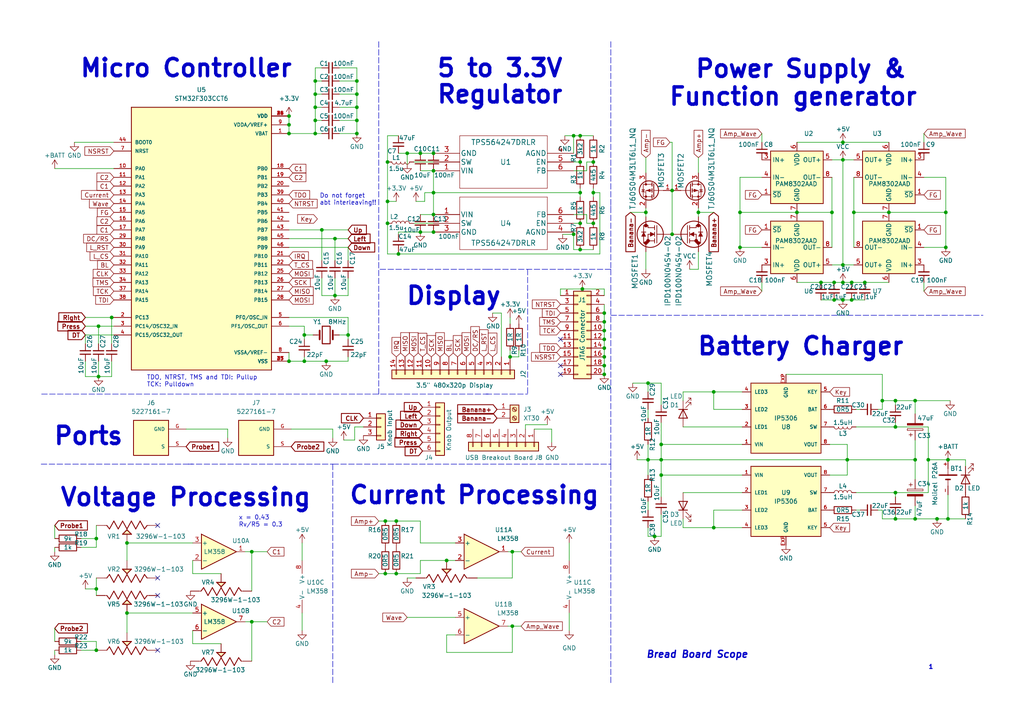
<source format=kicad_sch>
(kicad_sch (version 20211123) (generator eeschema)
  (paper "A4")
  (lib_symbols
    (symbol "18650 Case:1042" (pin_names (offset 1.016) hide)
      (property "Reference" "BT" (at -1.27 3.175 0))
      (property "Value" "1042" (at -1.27 -5.08 0))
      (symbol "1042_0_0"
        (pin passive line (at 5.08 0 180) (length 2.54) (name "~") (number "+"))
        (pin passive line (at -5.08 0 0) (length 2.54) (name "~") (number "-"))
      )
    )
    (symbol "3296W-1-101:3296W-1-101" (pin_numbers hide) (pin_names (offset 1.016) hide)
      (property "Reference" "VR" (at -5.08 10.1854 0))
      (property "Value" "3296W-1-101" (at -5.08 -5.08 0))
      (symbol "3296W-1-101_0_0"
        (pin passive line (at -8.89 0 0) (length 2.54) (name "~") (number "1"))
        (pin passive line (at 0 5.08 270) (length 2.54) (name "~") (number "2"))
        (pin passive line (at 8.89 0 180) (length 2.54) (name "~") (number "3"))
      )
    )
    (symbol "90-BNC Connector:5227161-7" (pin_names (offset 1.016))
      (property "Reference" "J" (at -5.08 6.35 0))
      (property "Value" "5227161-7" (at -5.08 -6.35 0))
      (symbol "5227161-7_0_0"
        (pin power_in line (at -10.16 -2.54 0) (length 5.08) (name "GND") (number "G"))
        (pin passive line (at -10.16 2.54 0) (length 5.08) (name "S") (number "S"))
      )
    )
    (symbol "Amplifier_Audio:PAM8302AAD"
      (property "Reference" "U" (at 7.62 11.43 0))
      (property "Value" "PAM8302AAD" (at 7.62 8.89 0))
      (symbol "PAM8302AAD_1_1"
        (pin input line (at -10.16 -5.08 0) (length 2.54) (name "~{SD}") (number "1"))
        (pin no_connect line (at 7.62 -5.08 180) (length 2.54) hide (name "NC") (number "2"))
        (pin input line (at -10.16 5.08 0) (length 2.54) (name "IN+") (number "3"))
        (pin input line (at -10.16 0 0) (length 2.54) (name "IN-") (number "4"))
        (pin output line (at 10.16 5.08 180) (length 2.54) (name "OUT+") (number "5"))
        (pin power_in line (at 0 10.16 270) (length 2.54) (name "VDD") (number "6"))
        (pin power_in line (at 0 -10.16 90) (length 2.54) (name "GND") (number "7"))
        (pin output line (at 10.16 0 180) (length 2.54) (name "OUT-") (number "8"))
      )
    )
    (symbol "Amplifier_Operational:LM358" (pin_names (offset 0.127))
      (property "Reference" "U" (at 0 5.08 0))
      (property "Value" "LM358" (at 0 -5.08 0))
      (symbol "LM358_1_1"
        (pin output line (at 7.62 0 180) (length 2.54) (name "~") (number "1"))
        (pin input line (at -7.62 -2.54 0) (length 2.54) (name "-") (number "2"))
        (pin input line (at -7.62 2.54 0) (length 2.54) (name "+") (number "3"))
      )
      (symbol "LM358_2_1"
        (pin input line (at -7.62 2.54 0) (length 2.54) (name "+") (number "5"))
        (pin input line (at -7.62 -2.54 0) (length 2.54) (name "-") (number "6"))
        (pin output line (at 7.62 0 180) (length 2.54) (name "~") (number "7"))
      )
      (symbol "LM358_3_1"
        (pin power_in line (at -2.54 -7.62 90) (length 3.81) (name "V-") (number "4"))
        (pin power_in line (at -2.54 7.62 270) (length 3.81) (name "V+") (number "8"))
      )
    )
    (symbol "Connector:Screw_Terminal_01x02" (pin_names (offset 1.016) hide)
      (property "Reference" "J" (at 0 2.54 0))
      (property "Value" "Screw_Terminal_01x02" (at 0 -5.08 0))
      (symbol "Screw_Terminal_01x02_1_1"
        (pin passive line (at -5.08 0 0) (length 3.81) (name "Pin_1") (number "1"))
        (pin passive line (at -5.08 -2.54 0) (length 3.81) (name "Pin_2") (number "2"))
      )
    )
    (symbol "Connector_Generic:Conn_01x03" (pin_names (offset 1.016) hide)
      (property "Reference" "J" (at 0 5.08 0))
      (property "Value" "Conn_01x03" (at 0 -5.08 0))
      (symbol "Conn_01x03_1_1"
        (pin passive line (at -5.08 2.54 0) (length 3.81) (name "Pin_1") (number "1"))
        (pin passive line (at -5.08 0 0) (length 3.81) (name "Pin_2") (number "2"))
        (pin passive line (at -5.08 -2.54 0) (length 3.81) (name "Pin_3") (number "3"))
      )
    )
    (symbol "Connector_Generic:Conn_01x06" (pin_names (offset 1.016) hide)
      (property "Reference" "J" (at 0 7.62 0))
      (property "Value" "Conn_01x06" (at 0 -10.16 0))
      (symbol "Conn_01x06_1_1"
        (pin passive line (at -5.08 5.08 0) (length 3.81) (name "Pin_1") (number "1"))
        (pin passive line (at -5.08 2.54 0) (length 3.81) (name "Pin_2") (number "2"))
        (pin passive line (at -5.08 0 0) (length 3.81) (name "Pin_3") (number "3"))
        (pin passive line (at -5.08 -2.54 0) (length 3.81) (name "Pin_4") (number "4"))
        (pin passive line (at -5.08 -5.08 0) (length 3.81) (name "Pin_5") (number "5"))
        (pin passive line (at -5.08 -7.62 0) (length 3.81) (name "Pin_6") (number "6"))
      )
    )
    (symbol "Connector_Generic:Conn_01x08" (pin_names (offset 1.016) hide)
      (property "Reference" "J" (at 0 10.16 0))
      (property "Value" "Conn_01x08" (at 0 -12.7 0))
      (symbol "Conn_01x08_1_1"
        (pin passive line (at -5.08 7.62 0) (length 3.81) (name "Pin_1") (number "1"))
        (pin passive line (at -5.08 5.08 0) (length 3.81) (name "Pin_2") (number "2"))
        (pin passive line (at -5.08 2.54 0) (length 3.81) (name "Pin_3") (number "3"))
        (pin passive line (at -5.08 0 0) (length 3.81) (name "Pin_4") (number "4"))
        (pin passive line (at -5.08 -2.54 0) (length 3.81) (name "Pin_5") (number "5"))
        (pin passive line (at -5.08 -5.08 0) (length 3.81) (name "Pin_6") (number "6"))
        (pin passive line (at -5.08 -7.62 0) (length 3.81) (name "Pin_7") (number "7"))
        (pin passive line (at -5.08 -10.16 0) (length 3.81) (name "Pin_8") (number "8"))
      )
    )
    (symbol "Connector_Generic:Conn_01x14" (pin_names (offset 1.016) hide)
      (property "Reference" "J" (at 0 17.78 0))
      (property "Value" "Conn_01x14" (at 0 -20.32 0))
      (symbol "Conn_01x14_1_1"
        (pin passive line (at -5.08 15.24 0) (length 3.81) (name "Pin_1") (number "1"))
        (pin passive line (at -5.08 -7.62 0) (length 3.81) (name "Pin_10") (number "10"))
        (pin passive line (at -5.08 -10.16 0) (length 3.81) (name "Pin_11") (number "11"))
        (pin passive line (at -5.08 -12.7 0) (length 3.81) (name "Pin_12") (number "12"))
        (pin passive line (at -5.08 -15.24 0) (length 3.81) (name "Pin_13") (number "13"))
        (pin passive line (at -5.08 -17.78 0) (length 3.81) (name "Pin_14") (number "14"))
        (pin passive line (at -5.08 12.7 0) (length 3.81) (name "Pin_2") (number "2"))
        (pin passive line (at -5.08 10.16 0) (length 3.81) (name "Pin_3") (number "3"))
        (pin passive line (at -5.08 7.62 0) (length 3.81) (name "Pin_4") (number "4"))
        (pin passive line (at -5.08 5.08 0) (length 3.81) (name "Pin_5") (number "5"))
        (pin passive line (at -5.08 2.54 0) (length 3.81) (name "Pin_6") (number "6"))
        (pin passive line (at -5.08 0 0) (length 3.81) (name "Pin_7") (number "7"))
        (pin passive line (at -5.08 -2.54 0) (length 3.81) (name "Pin_8") (number "8"))
        (pin passive line (at -5.08 -5.08 0) (length 3.81) (name "Pin_9") (number "9"))
      )
    )
    (symbol "Connector_Generic:Conn_02x10_Odd_Even" (pin_names (offset 1.016) hide)
      (property "Reference" "J" (at 1.27 12.7 0))
      (property "Value" "Conn_02x10_Odd_Even" (at 1.27 -15.24 0))
      (symbol "Conn_02x10_Odd_Even_1_1"
        (pin passive line (at -5.08 10.16 0) (length 3.81) (name "Pin_1") (number "1"))
        (pin passive line (at 7.62 0 180) (length 3.81) (name "Pin_10") (number "10"))
        (pin passive line (at -5.08 -2.54 0) (length 3.81) (name "Pin_11") (number "11"))
        (pin passive line (at 7.62 -2.54 180) (length 3.81) (name "Pin_12") (number "12"))
        (pin passive line (at -5.08 -5.08 0) (length 3.81) (name "Pin_13") (number "13"))
        (pin passive line (at 7.62 -5.08 180) (length 3.81) (name "Pin_14") (number "14"))
        (pin passive line (at -5.08 -7.62 0) (length 3.81) (name "Pin_15") (number "15"))
        (pin passive line (at 7.62 -7.62 180) (length 3.81) (name "Pin_16") (number "16"))
        (pin passive line (at -5.08 -10.16 0) (length 3.81) (name "Pin_17") (number "17"))
        (pin passive line (at 7.62 -10.16 180) (length 3.81) (name "Pin_18") (number "18"))
        (pin passive line (at -5.08 -12.7 0) (length 3.81) (name "Pin_19") (number "19"))
        (pin passive line (at 7.62 10.16 180) (length 3.81) (name "Pin_2") (number "2"))
        (pin passive line (at 7.62 -12.7 180) (length 3.81) (name "Pin_20") (number "20"))
        (pin passive line (at -5.08 7.62 0) (length 3.81) (name "Pin_3") (number "3"))
        (pin passive line (at 7.62 7.62 180) (length 3.81) (name "Pin_4") (number "4"))
        (pin passive line (at -5.08 5.08 0) (length 3.81) (name "Pin_5") (number "5"))
        (pin passive line (at 7.62 5.08 180) (length 3.81) (name "Pin_6") (number "6"))
        (pin passive line (at -5.08 2.54 0) (length 3.81) (name "Pin_7") (number "7"))
        (pin passive line (at 7.62 2.54 180) (length 3.81) (name "Pin_8") (number "8"))
        (pin passive line (at -5.08 0 0) (length 3.81) (name "Pin_9") (number "9"))
      )
    )
    (symbol "Device:C_Polarized" (pin_numbers hide) (pin_names (offset 0.254))
      (property "Reference" "C" (at 0.635 2.54 0))
      (property "Value" "C_Polarized" (at 0.635 -2.54 0))
      (symbol "C_Polarized_1_1"
        (pin passive line (at 0 3.81 270) (length 2.794) (name "~") (number "1"))
        (pin passive line (at 0 -3.81 90) (length 2.794) (name "~") (number "2"))
      )
    )
    (symbol "Device:C_Small" (pin_numbers hide) (pin_names (offset 0.254) hide)
      (property "Reference" "C" (at 0.254 1.778 0))
      (property "Value" "C_Small" (at 0.254 -2.032 0))
      (symbol "C_Small_1_1"
        (pin passive line (at 0 2.54 270) (length 2.032) (name "~") (number "1"))
        (pin passive line (at 0 -2.54 90) (length 2.032) (name "~") (number "2"))
      )
    )
    (symbol "Device:Crystal" (pin_numbers hide) (pin_names (offset 1.016) hide)
      (property "Reference" "Y" (at 0 3.81 0))
      (property "Value" "Crystal" (at 0 -3.81 0))
      (symbol "Crystal_1_1"
        (pin passive line (at -3.81 0 0) (length 1.27) (name "1") (number "1"))
        (pin passive line (at 3.81 0 180) (length 1.27) (name "2") (number "2"))
      )
    )
    (symbol "Device:L" (pin_numbers hide) (pin_names (offset 1.016) hide)
      (property "Reference" "L" (at -1.27 0 90))
      (property "Value" "L" (at 1.905 0 90))
      (symbol "L_1_1"
        (pin passive line (at 0 3.81 270) (length 1.27) (name "1") (number "1"))
        (pin passive line (at 0 -3.81 90) (length 1.27) (name "2") (number "2"))
      )
    )
    (symbol "Device:LED" (pin_numbers hide) (pin_names (offset 1.016) hide)
      (property "Reference" "D" (at 0 2.54 0))
      (property "Value" "LED" (at 0 -2.54 0))
      (symbol "LED_1_1"
        (pin passive line (at -3.81 0 0) (length 2.54) (name "K") (number "1"))
        (pin passive line (at 3.81 0 180) (length 2.54) (name "A") (number "2"))
      )
    )
    (symbol "Device:R" (pin_numbers hide) (pin_names (offset 0))
      (property "Reference" "R" (at 2.032 0 90))
      (property "Value" "R" (at 0 0 90))
      (symbol "R_1_1"
        (pin passive line (at 0 3.81 270) (length 1.27) (name "~") (number "1"))
        (pin passive line (at 0 -3.81 90) (length 1.27) (name "~") (number "2"))
      )
    )
    (symbol "IP5306:IP5306" (pin_names (offset 1.016))
      (property "Reference" "U" (at -10.16 10.922 0))
      (property "Value" "IP5306" (at 2.54 -12.7 0))
      (symbol "IP5306_0_0"
        (pin bidirectional line (at -12.7 7.62 0) (length 2.54) (name "VIN") (number "1"))
        (pin bidirectional line (at -12.7 2.54 0) (length 2.54) (name "LED1") (number "2"))
        (pin bidirectional line (at -12.7 -2.54 0) (length 2.54) (name "LED2") (number "3"))
        (pin bidirectional line (at -12.7 -7.62 0) (length 2.54) (name "LED3") (number "4"))
        (pin bidirectional line (at 12.7 -7.62 180) (length 2.54) (name "KEY") (number "5"))
        (pin bidirectional line (at 12.7 -2.54 180) (length 2.54) (name "BAT") (number "6"))
        (pin bidirectional line (at 12.7 2.54 180) (length 2.54) (name "SW") (number "7"))
        (pin bidirectional line (at 12.7 7.62 180) (length 2.54) (name "VOUT") (number "8"))
        (pin bidirectional line (at 0 -12.7 90) (length 2.54) (name "GND") (number "EXP"))
      )
    )
    (symbol "IPD100N04S402:IPD100N04S402ATMA1" (pin_numbers hide) (pin_names (offset 1.524))
      (property "Reference" "MOSFET?" (at 12.065 1.27 0))
      (property "Value" "IPD100N04S402ATMA1" (at 12.065 -2.54 0))
      (symbol "IPD100N04S402ATMA1_1_1"
        (pin input line (at 0 0 0) (length 2.54) (name "") (number "1"))
        (pin input line (at 7.62 5.08 270) (length 2.54) (name "") (number "2"))
        (pin input line (at 7.62 -5.08 90) (length 2.54) (name "") (number "3"))
      )
    )
    (symbol "STM32F303CCT6:STM32F303CCT6" (pin_names (offset 1.016))
      (property "Reference" "U" (at -20.32 39.37 0))
      (property "Value" "STM32F303CCT6" (at -20.32 -39.37 0))
      (symbol "STM32F303CCT6_0_0"
        (pin power_in line (at 25.4 30.48 180) (length 5.08) (name "VBAT") (number "1"))
        (pin bidirectional line (at -25.4 20.32 0) (length 5.08) (name "PA0") (number "10"))
        (pin bidirectional line (at -25.4 17.78 0) (length 5.08) (name "PA1") (number "11"))
        (pin bidirectional line (at -25.4 15.24 0) (length 5.08) (name "PA2") (number "12"))
        (pin bidirectional line (at -25.4 12.7 0) (length 5.08) (name "PA3") (number "13"))
        (pin bidirectional line (at -25.4 10.16 0) (length 5.08) (name "PA4") (number "14"))
        (pin bidirectional line (at -25.4 7.62 0) (length 5.08) (name "PA5") (number "15"))
        (pin bidirectional line (at -25.4 5.08 0) (length 5.08) (name "PA6") (number "16"))
        (pin bidirectional line (at -25.4 2.54 0) (length 5.08) (name "PA7") (number "17"))
        (pin bidirectional line (at 25.4 20.32 180) (length 5.08) (name "PB0") (number "18"))
        (pin bidirectional line (at 25.4 17.78 180) (length 5.08) (name "PB1") (number "19"))
        (pin bidirectional line (at -25.4 -22.86 0) (length 5.08) (name "PC13") (number "2"))
        (pin bidirectional line (at 25.4 15.24 180) (length 5.08) (name "PB2") (number "20"))
        (pin bidirectional line (at 25.4 -5.08 180) (length 5.08) (name "PB10") (number "21"))
        (pin bidirectional line (at 25.4 -7.62 180) (length 5.08) (name "PB11") (number "22"))
        (pin power_in line (at 25.4 -35.56 180) (length 5.08) (name "VSS") (number "23"))
        (pin power_in line (at 25.4 35.56 180) (length 5.08) (name "VDD") (number "24"))
        (pin bidirectional line (at 25.4 -10.16 180) (length 5.08) (name "PB12") (number "25"))
        (pin bidirectional line (at 25.4 -12.7 180) (length 5.08) (name "PB13") (number "26"))
        (pin bidirectional line (at 25.4 -15.24 180) (length 5.08) (name "PB14") (number "27"))
        (pin bidirectional line (at 25.4 -17.78 180) (length 5.08) (name "PB15") (number "28"))
        (pin bidirectional line (at -25.4 0 0) (length 5.08) (name "PA8") (number "29"))
        (pin bidirectional line (at -25.4 -25.4 0) (length 5.08) (name "PC14/OSC32_IN") (number "3"))
        (pin bidirectional line (at -25.4 -2.54 0) (length 5.08) (name "PA9") (number "30"))
        (pin bidirectional line (at -25.4 -5.08 0) (length 5.08) (name "PA10") (number "31"))
        (pin bidirectional line (at -25.4 -7.62 0) (length 5.08) (name "PA11") (number "32"))
        (pin bidirectional line (at -25.4 -10.16 0) (length 5.08) (name "PA12") (number "33"))
        (pin bidirectional line (at -25.4 -12.7 0) (length 5.08) (name "PA13") (number "34"))
        (pin power_in line (at 25.4 -35.56 180) (length 5.08) (name "VSS") (number "35"))
        (pin power_in line (at 25.4 35.56 180) (length 5.08) (name "VDD") (number "36"))
        (pin bidirectional line (at -25.4 -15.24 0) (length 5.08) (name "PA14") (number "37"))
        (pin bidirectional line (at -25.4 -17.78 0) (length 5.08) (name "PA15") (number "38"))
        (pin bidirectional line (at 25.4 12.7 180) (length 5.08) (name "PB3") (number "39"))
        (pin bidirectional line (at -25.4 -27.94 0) (length 5.08) (name "PC15/OSC32_OUT") (number "4"))
        (pin bidirectional line (at 25.4 10.16 180) (length 5.08) (name "PB4") (number "40"))
        (pin bidirectional line (at 25.4 7.62 180) (length 5.08) (name "PB5") (number "41"))
        (pin bidirectional line (at 25.4 5.08 180) (length 5.08) (name "PB6") (number "42"))
        (pin bidirectional line (at 25.4 2.54 180) (length 5.08) (name "PB7") (number "43"))
        (pin input line (at -25.4 27.94 0) (length 5.08) (name "BOOT0") (number "44"))
        (pin bidirectional line (at 25.4 0 180) (length 5.08) (name "PB8") (number "45"))
        (pin bidirectional line (at 25.4 -2.54 180) (length 5.08) (name "PB9") (number "46"))
        (pin power_in line (at 25.4 -35.56 180) (length 5.08) (name "VSS") (number "47"))
        (pin power_in line (at 25.4 35.56 180) (length 5.08) (name "VDD") (number "48"))
        (pin bidirectional line (at 25.4 -22.86 180) (length 5.08) (name "PF0/OSC_IN") (number "5"))
        (pin bidirectional line (at 25.4 -25.4 180) (length 5.08) (name "PF1/OSC_OUT") (number "6"))
        (pin bidirectional line (at -25.4 25.4 0) (length 5.08) (name "NRST") (number "7"))
        (pin power_in line (at 25.4 -33.02 180) (length 5.08) (name "VSSA/VREF-") (number "8"))
        (pin power_in line (at 25.4 33.02 180) (length 5.08) (name "VDDA/VREF+") (number "9"))
      )
    )
    (symbol "TPS-564247DRLR:TPS564247DRLR" (pin_names (offset 0.254))
      (property "Reference" "U" (at 20.32 10.16 0))
      (property "Value" "TPS564247DRLR" (at 20.32 7.62 0))
      (symbol "TPS564247DRLR_1_1"
        (pin input line (at 0 0 0) (length 7.62) (name "VIN") (number "1"))
        (pin output line (at 0 -2.54 0) (length 7.62) (name "SW") (number "2"))
        (pin power_in line (at 0 -5.08 0) (length 7.62) (name "GND") (number "3"))
        (pin power_in line (at 40.64 -5.08 180) (length 7.62) (name "AGND") (number "4"))
        (pin input line (at 40.64 -2.54 180) (length 7.62) (name "EN") (number "5"))
        (pin input line (at 40.64 0 180) (length 7.62) (name "FB") (number "6"))
      )
    )
    (symbol "Transistor_FET:AO3401A" (pin_names hide)
      (property "Reference" "Q" (at 5.08 1.905 0))
      (property "Value" "AO3401A" (at 5.08 0 0))
      (symbol "AO3401A_1_1"
        (pin input line (at -5.08 0 0) (length 2.54) (name "G") (number "1"))
        (pin passive line (at 2.54 -5.08 90) (length 2.54) (name "S") (number "2"))
        (pin passive line (at 2.54 5.08 270) (length 2.54) (name "D") (number "3"))
      )
    )
    (symbol "power:+3.3V" (power) (pin_names (offset 0))
      (property "Value" "+3.3V" (at 0 3.556 0))
      (symbol "+3.3V_1_1"
        (pin power_in line (at 0 0 90) (length 0) hide (name "+3.3V") (number "1"))
      )
    )
    (symbol "power:+5V" (power) (pin_names (offset 0))
      (property "Value" "+5V" (at 0 3.556 0))
      (symbol "+5V_1_1"
        (pin power_in line (at 0 0 90) (length 0) hide (name "+5V") (number "1"))
      )
    )
    (symbol "power:+BATT" (power) (pin_names (offset 0))
      (property "Value" "+BATT" (at 0 3.556 0))
      (symbol "+BATT_1_1"
        (pin power_in line (at 0 0 90) (length 0) hide (name "+BATT") (number "1"))
      )
    )
    (symbol "power:GND" (power) (pin_names (offset 0))
      (property "Value" "GND" (at 0 -3.81 0))
      (symbol "GND_1_1"
        (pin power_in line (at 0 0 270) (length 0) hide (name "GND") (number "1"))
      )
    )
    (symbol "power:VCC" (power) (pin_names (offset 0))
      (property "Value" "VCC" (at 0 3.81 0))
      (symbol "VCC_1_1"
        (pin power_in line (at 0 0 90) (length 0) hide (name "VCC") (number "1"))
      )
    )
  )
  (junction (at 73.025 180.34))
  (junction (at 168.275 72.39))
  (junction (at 244.475 86.995))
  (junction (at 112.395 46.99))
  (junction (at 247.015 86.995))
  (junction (at 148.59 160.02))
  (junction (at 175.26 98.425))
  (junction (at 148.59 181.61))
  (junction (at 83.82 33.655))
  (junction (at 125.73 67.31))
  (junction (at 238.125 81.915))
  (junction (at 91.44 34.925))
  (junction (at 168.275 39.37))
  (junction (at 168.275 55.88))
  (junction (at 88.265 97.155))
  (junction (at 91.44 31.115))
  (junction (at 255.905 116.205))
  (junction (at 93.345 66.675))
  (junction (at 259.715 123.825))
  (junction (at 172.085 46.99))
  (junction (at 172.085 55.88))
  (junction (at 175.26 95.885))
  (junction (at 207.01 153.035))
  (junction (at 191.77 128.905))
  (junction (at 250.825 81.915))
  (junction (at 175.26 106.045))
  (junction (at 274.955 150.495))
  (junction (at 103.505 38.735))
  (junction (at 168.275 64.77))
  (junction (at 214.63 61.595))
  (junction (at 175.26 100.965))
  (junction (at 97.155 69.215))
  (junction (at 187.325 61.595))
  (junction (at 247.015 81.915))
  (junction (at 244.475 41.275))
  (junction (at 265.43 150.495))
  (junction (at 202.565 61.595))
  (junction (at 97.155 85.725))
  (junction (at 175.26 108.585))
  (junction (at 103.505 34.925))
  (junction (at 259.715 142.875))
  (junction (at 147.955 103.505))
  (junction (at 28.575 109.22))
  (junction (at 36.83 177.8))
  (junction (at 91.44 38.735))
  (junction (at 27.94 156.21))
  (junction (at 83.82 36.195))
  (junction (at 259.715 150.495))
  (junction (at 118.11 44.45))
  (junction (at 125.73 62.23))
  (junction (at 207.01 113.665))
  (junction (at 103.505 23.495))
  (junction (at 274.955 133.35))
  (junction (at 269.24 133.35))
  (junction (at 244.475 46.355))
  (junction (at 241.3 61.595))
  (junction (at 241.935 81.915))
  (junction (at 27.94 188.595))
  (junction (at 112.395 64.77))
  (junction (at 168.91 83.82))
  (junction (at 121.92 67.31))
  (junction (at 83.82 104.775))
  (junction (at 175.26 90.805))
  (junction (at 191.77 133.35))
  (junction (at 32.385 92.075))
  (junction (at 28.575 94.615))
  (junction (at 187.96 133.35))
  (junction (at 36.83 157.48))
  (junction (at 265.43 133.35))
  (junction (at 257.81 61.595))
  (junction (at 27.94 170.815))
  (junction (at 114.935 166.37))
  (junction (at 91.44 23.495))
  (junction (at 111.76 151.13))
  (junction (at 244.475 76.835))
  (junction (at 83.82 38.735))
  (junction (at 271.78 150.495))
  (junction (at 274.32 71.755))
  (junction (at 247.65 61.595))
  (junction (at 114.935 151.13))
  (junction (at 265.43 116.205))
  (junction (at 115.57 73.66))
  (junction (at 125.73 49.53))
  (junction (at 112.395 58.42))
  (junction (at 172.085 64.77))
  (junction (at 125.73 55.88))
  (junction (at 168.275 46.99))
  (junction (at 166.37 39.37))
  (junction (at 91.44 27.305))
  (junction (at 214.63 71.755))
  (junction (at 129.54 162.56))
  (junction (at 244.475 81.915))
  (junction (at 274.32 61.595))
  (junction (at 187.96 111.125))
  (junction (at 245.745 133.35))
  (junction (at 231.14 61.595))
  (junction (at 88.265 104.775))
  (junction (at 73.025 160.02))
  (junction (at 100.965 97.155))
  (junction (at 103.505 27.305))
  (junction (at 175.26 93.345))
  (junction (at 194.945 67.945))
  (junction (at 259.715 116.205))
  (junction (at 125.73 44.45))
  (junction (at 121.92 44.45))
  (junction (at 189.865 155.575))
  (junction (at 175.26 103.505))
  (junction (at 94.615 104.775))
  (junction (at 241.935 86.995))
  (junction (at 191.77 137.795))
  (junction (at 194.945 55.245))
  (junction (at 166.37 67.945))
  (junction (at 103.505 31.115))
  (junction (at 111.76 166.37))
  (no_connect (at 162.56 108.585))
  (no_connect (at 45.72 167.64))
  (no_connect (at 45.72 188.595))
  (no_connect (at 45.72 172.72))
  (no_connect (at 45.72 152.4))
  (no_connect (at 162.56 98.425))
  (no_connect (at 162.56 106.045))
  (wire (pts (xy 142.875 90.805) (xy 145.415 90.805)))
  (wire (pts (xy 182.88 61.595) (xy 187.325 61.595)))
  (wire (pts (xy 15.875 48.895) (xy 33.02 48.895)))
  (wire (pts (xy 265.43 133.35) (xy 245.745 133.35)))
  (wire (pts (xy 111.76 151.13) (xy 109.855 151.13)))
  (polyline (pts (xy 54.61 134.62) (xy 96.52 134.62)))
  (wire (pts (xy 187.325 45.72) (xy 187.325 50.165)))
  (wire (pts (xy 244.475 46.355) (xy 247.65 46.355)))
  (wire (pts (xy 191.77 155.575) (xy 189.865 155.575)))
  (wire (pts (xy 118.11 179.07) (xy 132.08 179.07)))
  (wire (pts (xy 83.82 36.195) (xy 83.82 38.735)))
  (wire (pts (xy 138.43 167.64) (xy 148.59 167.64)))
  (wire (pts (xy 255.905 150.495) (xy 259.715 150.495)))
  (wire (pts (xy 207.01 153.035) (xy 215.265 153.035)))
  (wire (pts (xy 267.97 81.915) (xy 267.97 84.455)))
  (wire (pts (xy 98.425 23.495) (xy 103.505 23.495)))
  (wire (pts (xy 24.765 97.155) (xy 24.765 99.695)))
  (wire (pts (xy 24.765 104.775) (xy 24.765 109.22)))
  (wire (pts (xy 265.43 116.205) (xy 275.59 116.205)))
  (wire (pts (xy 214.63 61.595) (xy 231.14 61.595)))
  (polyline (pts (xy 96.52 134.62) (xy 96.52 198.12)))
  (wire (pts (xy 247.65 61.595) (xy 247.65 71.755)))
  (wire (pts (xy 32.385 109.22) (xy 28.575 109.22)))
  (wire (pts (xy 198.12 116.205) (xy 198.12 113.665)))
  (wire (pts (xy 100.965 66.675) (xy 93.345 66.675)))
  (wire (pts (xy 191.77 128.905) (xy 191.77 122.555)))
  (polyline (pts (xy 96.52 134.62) (xy 177.165 134.62)))
  (wire (pts (xy 91.44 31.115) (xy 93.345 31.115)))
  (wire (pts (xy 121.92 67.31) (xy 125.73 67.31)))
  (wire (pts (xy 255.905 108.585) (xy 255.905 116.205)))
  (wire (pts (xy 267.97 51.435) (xy 274.32 51.435)))
  (wire (pts (xy 244.475 86.995) (xy 247.015 86.995)))
  (wire (pts (xy 265.43 133.35) (xy 265.43 127.635)))
  (wire (pts (xy 166.37 49.53) (xy 170.18 49.53)))
  (wire (pts (xy 73.025 180.34) (xy 77.47 180.34)))
  (wire (pts (xy 163.195 67.945) (xy 166.37 67.945)))
  (wire (pts (xy 27.94 186.055) (xy 27.94 188.595)))
  (wire (pts (xy 231.14 61.595) (xy 241.3 61.595)))
  (wire (pts (xy 103.505 31.115) (xy 103.505 34.925)))
  (wire (pts (xy 168.275 72.39) (xy 172.085 72.39)))
  (wire (pts (xy 202.565 61.595) (xy 202.565 62.865)))
  (wire (pts (xy 123.19 58.42) (xy 120.65 58.42)))
  (wire (pts (xy 187.96 133.35) (xy 191.77 133.35)))
  (polyline (pts (xy 177.165 134.62) (xy 177.165 198.12)))
  (wire (pts (xy 265.43 120.015) (xy 265.43 116.205)))
  (wire (pts (xy 24.765 94.615) (xy 28.575 94.615)))
  (wire (pts (xy 238.125 86.995) (xy 241.935 86.995)))
  (wire (pts (xy 154.94 124.46) (xy 160.02 124.46)))
  (wire (pts (xy 15.875 160.02) (xy 15.875 158.75)))
  (wire (pts (xy 162.56 83.82) (xy 168.91 83.82)))
  (wire (pts (xy 220.98 41.275) (xy 220.98 38.735)))
  (wire (pts (xy 125.73 49.53) (xy 125.73 55.88)))
  (wire (pts (xy 121.92 151.13) (xy 114.935 151.13)))
  (wire (pts (xy 207.01 147.955) (xy 215.265 147.955)))
  (wire (pts (xy 194.945 67.945) (xy 194.945 55.245)))
  (wire (pts (xy 148.59 160.02) (xy 147.32 160.02)))
  (wire (pts (xy 32.385 92.075) (xy 32.385 99.695)))
  (wire (pts (xy 187.325 61.595) (xy 187.325 62.865)))
  (wire (pts (xy 23.495 188.595) (xy 27.94 188.595)))
  (wire (pts (xy 98.425 97.155) (xy 100.965 97.155)))
  (wire (pts (xy 121.92 49.53) (xy 125.73 49.53)))
  (wire (pts (xy 166.37 39.37) (xy 168.275 39.37)))
  (wire (pts (xy 91.44 34.925) (xy 91.44 38.735)))
  (wire (pts (xy 83.82 33.655) (xy 83.82 36.195)))
  (wire (pts (xy 88.265 94.615) (xy 88.265 97.155)))
  (wire (pts (xy 121.92 162.56) (xy 129.54 162.56)))
  (wire (pts (xy 274.955 150.495) (xy 280.035 150.495)))
  (wire (pts (xy 93.345 85.725) (xy 97.155 85.725)))
  (wire (pts (xy 27.94 170.815) (xy 27.94 172.72)))
  (wire (pts (xy 231.14 41.275) (xy 244.475 41.275)))
  (wire (pts (xy 123.19 55.88) (xy 123.19 58.42)))
  (wire (pts (xy 55.88 186.69) (xy 55.88 182.88)))
  (wire (pts (xy 162.56 85.725) (xy 162.56 83.82)))
  (wire (pts (xy 71.12 180.34) (xy 73.025 180.34)))
  (wire (pts (xy 83.82 38.735) (xy 91.44 38.735)))
  (wire (pts (xy 166.37 46.99) (xy 168.275 46.99)))
  (wire (pts (xy 118.11 167.64) (xy 120.65 167.64)))
  (wire (pts (xy 91.44 23.495) (xy 93.345 23.495)))
  (wire (pts (xy 98.425 31.115) (xy 103.505 31.115)))
  (wire (pts (xy 55.88 166.37) (xy 55.88 162.56)))
  (polyline (pts (xy 109.855 12.065) (xy 109.855 114.3)))
  (wire (pts (xy 36.83 183.515) (xy 36.83 177.8)))
  (wire (pts (xy 91.44 27.305) (xy 93.345 27.305)))
  (wire (pts (xy 187.96 111.125) (xy 191.77 111.125)))
  (wire (pts (xy 187.96 137.795) (xy 187.96 133.35)))
  (wire (pts (xy 98.425 19.685) (xy 103.505 19.685)))
  (wire (pts (xy 191.77 133.35) (xy 191.77 137.795)))
  (wire (pts (xy 265.43 146.685) (xy 265.43 150.495)))
  (wire (pts (xy 259.715 123.825) (xy 269.24 123.825)))
  (wire (pts (xy 166.37 72.39) (xy 168.275 72.39)))
  (wire (pts (xy 202.565 61.595) (xy 207.01 61.595)))
  (wire (pts (xy 175.26 106.045) (xy 175.26 108.585)))
  (wire (pts (xy 88.265 97.155) (xy 88.265 98.425)))
  (wire (pts (xy 198.12 123.825) (xy 215.265 123.825)))
  (wire (pts (xy 269.24 133.35) (xy 274.955 133.35)))
  (wire (pts (xy 166.37 67.31) (xy 166.37 67.945)))
  (wire (pts (xy 183.515 111.125) (xy 187.96 111.125)))
  (wire (pts (xy 172.085 55.88) (xy 172.085 57.15)))
  (wire (pts (xy 36.83 157.48) (xy 36.83 162.56)))
  (wire (pts (xy 73.025 160.02) (xy 77.47 160.02)))
  (wire (pts (xy 97.155 85.725) (xy 97.155 80.645)))
  (wire (pts (xy 64.135 166.37) (xy 55.88 166.37)))
  (wire (pts (xy 147.32 181.61) (xy 148.59 181.61)))
  (wire (pts (xy 100.965 97.155) (xy 100.965 98.425)))
  (wire (pts (xy 175.26 100.965) (xy 175.26 103.505)))
  (wire (pts (xy 257.81 61.595) (xy 247.65 61.595)))
  (polyline (pts (xy 153.035 78.105) (xy 153.035 114.3)))
  (wire (pts (xy 245.745 128.905) (xy 245.745 133.35)))
  (wire (pts (xy 103.505 19.685) (xy 103.505 23.495)))
  (wire (pts (xy 66.04 124.46) (xy 66.04 127)))
  (wire (pts (xy 112.395 46.99) (xy 112.395 58.42)))
  (wire (pts (xy 189.865 155.575) (xy 187.96 155.575)))
  (wire (pts (xy 147.955 92.075) (xy 147.955 93.98)))
  (polyline (pts (xy 11.938 134.62) (xy 55.88 134.62)))
  (polyline (pts (xy 177.165 91.44) (xy 285.115 91.44)))
  (wire (pts (xy 170.18 62.23) (xy 170.18 64.77)))
  (wire (pts (xy 259.715 122.555) (xy 259.715 123.825)))
  (wire (pts (xy 198.12 142.875) (xy 215.265 142.875)))
  (wire (pts (xy 202.565 73.025) (xy 202.565 78.105)))
  (wire (pts (xy 23.495 158.75) (xy 27.94 158.75)))
  (wire (pts (xy 241.3 61.595) (xy 241.3 71.755)))
  (wire (pts (xy 220.98 71.755) (xy 214.63 71.755)))
  (wire (pts (xy 15.875 182.245) (xy 15.875 186.055)))
  (wire (pts (xy 112.395 73.66) (xy 115.57 73.66)))
  (wire (pts (xy 202.565 45.72) (xy 202.565 50.165)))
  (wire (pts (xy 254.635 118.745) (xy 255.905 118.745)))
  (wire (pts (xy 187.96 153.035) (xy 187.96 155.575)))
  (wire (pts (xy 112.395 39.37) (xy 115.57 39.37)))
  (wire (pts (xy 103.505 34.925) (xy 103.505 38.735)))
  (wire (pts (xy 240.665 137.795) (xy 245.745 137.795)))
  (wire (pts (xy 88.265 104.775) (xy 88.265 103.505)))
  (wire (pts (xy 100.965 71.755) (xy 100.965 75.565)))
  (wire (pts (xy 165.1 177.8) (xy 165.1 182.88)))
  (wire (pts (xy 148.59 189.23) (xy 148.59 181.61)))
  (wire (pts (xy 114.935 166.37) (xy 121.92 166.37)))
  (wire (pts (xy 220.98 81.915) (xy 220.98 84.455)))
  (wire (pts (xy 187.325 73.025) (xy 187.325 78.105)))
  (wire (pts (xy 207.01 147.955) (xy 207.01 153.035)))
  (wire (pts (xy 73.025 160.02) (xy 73.025 171.45)))
  (wire (pts (xy 112.395 39.37) (xy 112.395 46.99)))
  (wire (pts (xy 150.495 101.6) (xy 150.495 103.505)))
  (wire (pts (xy 121.92 44.45) (xy 125.73 44.45)))
  (wire (pts (xy 198.12 150.495) (xy 198.12 153.035)))
  (wire (pts (xy 23.495 156.21) (xy 27.94 156.21)))
  (wire (pts (xy 91.44 19.685) (xy 91.44 23.495)))
  (wire (pts (xy 191.77 133.35) (xy 191.77 128.905)))
  (wire (pts (xy 120.015 64.77) (xy 125.73 64.77)))
  (wire (pts (xy 24.765 97.155) (xy 33.02 97.155)))
  (wire (pts (xy 114.935 151.13) (xy 111.76 151.13)))
  (wire (pts (xy 244.475 76.835) (xy 247.65 76.835)))
  (wire (pts (xy 240.665 128.905) (xy 245.745 128.905)))
  (wire (pts (xy 245.745 137.795) (xy 245.745 133.35)))
  (wire (pts (xy 244.475 46.355) (xy 241.3 46.355)))
  (wire (pts (xy 28.575 94.615) (xy 28.575 99.695)))
  (wire (pts (xy 83.82 104.775) (xy 88.265 104.775)))
  (wire (pts (xy 32.385 104.775) (xy 32.385 109.22)))
  (wire (pts (xy 172.085 64.77) (xy 170.18 64.77)))
  (wire (pts (xy 267.97 71.755) (xy 274.32 71.755)))
  (wire (pts (xy 259.715 116.205) (xy 259.715 117.475)))
  (wire (pts (xy 265.43 150.495) (xy 271.78 150.495)))
  (wire (pts (xy 194.945 55.245) (xy 194.945 41.275)))
  (wire (pts (xy 187.96 113.665) (xy 187.96 111.125)))
  (wire (pts (xy 103.505 23.495) (xy 103.505 27.305)))
  (wire (pts (xy 53.975 124.46) (xy 66.04 124.46)))
  (wire (pts (xy 255.905 116.205) (xy 259.715 116.205)))
  (wire (pts (xy 248.285 142.875) (xy 259.715 142.875)))
  (wire (pts (xy 83.82 102.235) (xy 83.82 104.775)))
  (wire (pts (xy 15.875 152.4) (xy 15.875 156.21)))
  (wire (pts (xy 255.905 118.745) (xy 255.905 116.205)))
  (wire (pts (xy 152.4 123.19) (xy 152.4 124.46)))
  (wire (pts (xy 247.015 86.995) (xy 250.825 86.995)))
  (wire (pts (xy 112.395 64.77) (xy 112.395 73.66)))
  (wire (pts (xy 36.83 157.48) (xy 55.88 157.48)))
  (wire (pts (xy 93.345 66.675) (xy 83.82 66.675)))
  (wire (pts (xy 187.96 145.415) (xy 187.96 147.955)))
  (wire (pts (xy 274.955 133.35) (xy 280.035 133.35)))
  (wire (pts (xy 168.275 55.88) (xy 168.275 57.15)))
  (polyline (pts (xy 141.605 78.105) (xy 109.855 78.105)))
  (wire (pts (xy 100.965 104.775) (xy 100.965 103.505)))
  (wire (pts (xy 207.01 118.745) (xy 215.265 118.745)))
  (wire (pts (xy 245.745 133.35) (xy 191.77 133.35)))
  (wire (pts (xy 94.615 104.775) (xy 100.965 104.775)))
  (wire (pts (xy 90.805 97.155) (xy 88.265 97.155)))
  (wire (pts (xy 98.425 34.925) (xy 103.505 34.925)))
  (wire (pts (xy 24.765 170.815) (xy 27.94 170.815)))
  (wire (pts (xy 125.73 55.88) (xy 168.275 55.88)))
  (wire (pts (xy 259.715 150.495) (xy 265.43 150.495)))
  (wire (pts (xy 158.75 123.19) (xy 152.4 123.19)))
  (wire (pts (xy 91.44 27.305) (xy 91.44 31.115)))
  (wire (pts (xy 207.01 113.665) (xy 207.01 118.745)))
  (wire (pts (xy 274.32 61.595) (xy 257.81 61.595)))
  (wire (pts (xy 168.91 83.82) (xy 175.26 83.82)))
  (wire (pts (xy 103.505 38.735) (xy 98.425 38.735)))
  (wire (pts (xy 267.97 41.275) (xy 267.97 38.735)))
  (wire (pts (xy 129.54 184.15) (xy 132.08 184.15)))
  (wire (pts (xy 83.82 94.615) (xy 88.265 94.615)))
  (wire (pts (xy 118.11 44.45) (xy 121.92 44.45)))
  (wire (pts (xy 172.085 46.99) (xy 170.18 46.99)))
  (wire (pts (xy 247.65 61.595) (xy 247.65 51.435)))
  (wire (pts (xy 172.085 54.61) (xy 172.085 55.88)))
  (wire (pts (xy 191.77 149.225) (xy 191.77 155.575)))
  (polyline (pts (xy 140.97 114.3) (xy 153.035 114.3)))
  (wire (pts (xy 71.12 160.02) (xy 73.025 160.02)))
  (wire (pts (xy 214.63 51.435) (xy 214.63 61.595)))
  (wire (pts (xy 83.82 92.075) (xy 100.965 92.075)))
  (wire (pts (xy 28.575 94.615) (xy 33.02 94.615)))
  (wire (pts (xy 259.715 142.875) (xy 259.715 144.145)))
  (wire (pts (xy 147.955 101.6) (xy 147.955 103.505)))
  (wire (pts (xy 160.02 124.46) (xy 160.02 128.27)))
  (wire (pts (xy 64.135 186.69) (xy 55.88 186.69)))
  (wire (pts (xy 191.77 128.905) (xy 215.265 128.905)))
  (wire (pts (xy 175.26 95.885) (xy 175.26 98.425)))
  (wire (pts (xy 175.26 98.425) (xy 175.26 100.965)))
  (wire (pts (xy 15.875 189.865) (xy 15.875 188.595)))
  (wire (pts (xy 129.54 162.56) (xy 132.08 162.56)))
  (wire (pts (xy 191.77 137.795) (xy 191.77 144.145)))
  (wire (pts (xy 145.415 103.505) (xy 145.415 90.805)))
  (wire (pts (xy 115.57 44.45) (xy 118.11 44.45)))
  (polyline (pts (xy 12.065 114.3) (xy 141.605 114.3)))
  (wire (pts (xy 115.57 73.66) (xy 173.99 73.66)))
  (wire (pts (xy 214.63 71.755) (xy 214.63 61.595)))
  (wire (pts (xy 280.035 135.255) (xy 280.035 133.35)))
  (wire (pts (xy 241.935 86.995) (xy 244.475 86.995)))
  (wire (pts (xy 165.1 157.48) (xy 165.1 162.56)))
  (wire (pts (xy 36.83 177.8) (xy 55.88 177.8)))
  (wire (pts (xy 125.73 55.88) (xy 123.19 55.88)))
  (wire (pts (xy 121.92 166.37) (xy 121.92 162.56)))
  (wire (pts (xy 172.085 55.88) (xy 173.99 55.88)))
  (wire (pts (xy 175.26 90.805) (xy 175.26 93.345)))
  (wire (pts (xy 27.94 156.21) (xy 27.94 158.75)))
  (wire (pts (xy 148.59 160.02) (xy 151.13 160.02)))
  (wire (pts (xy 125.73 55.88) (xy 125.73 62.23)))
  (wire (pts (xy 274.32 61.595) (xy 274.32 71.755)))
  (wire (pts (xy 28.575 109.22) (xy 28.575 104.775)))
  (wire (pts (xy 102.87 123.825) (xy 105.41 123.825)))
  (wire (pts (xy 32.385 92.075) (xy 33.02 92.075)))
  (wire (pts (xy 202.565 60.325) (xy 202.565 61.595)))
  (wire (pts (xy 259.715 142.875) (xy 269.24 142.875)))
  (wire (pts (xy 220.98 51.435) (xy 214.63 51.435)))
  (wire (pts (xy 227.965 108.585) (xy 255.905 108.585)))
  (wire (pts (xy 255.905 147.955) (xy 255.905 150.495)))
  (wire (pts (xy 87.63 177.8) (xy 87.63 182.88)))
  (polyline (pts (xy 177.165 59.944) (xy 177.165 59.69)))
  (wire (pts (xy 91.44 23.495) (xy 91.44 27.305)))
  (wire (pts (xy 166.37 67.945) (xy 166.37 72.39)))
  (wire (pts (xy 269.24 133.35) (xy 269.24 142.875)))
  (wire (pts (xy 102.87 127.635) (xy 102.87 123.825)))
  (wire (pts (xy 173.99 55.88) (xy 173.99 73.66)))
  (wire (pts (xy 84.455 124.46) (xy 96.52 124.46)))
  (wire (pts (xy 118.11 44.45) (xy 118.11 47.625)))
  (wire (pts (xy 191.77 117.475) (xy 191.77 111.125)))
  (wire (pts (xy 93.345 66.675) (xy 93.345 75.565)))
  (wire (pts (xy 93.345 80.645) (xy 93.345 85.725)))
  (wire (pts (xy 103.505 27.305) (xy 103.505 31.115)))
  (wire (pts (xy 21.59 41.275) (xy 33.02 41.275)))
  (wire (pts (xy 241.935 81.915) (xy 244.475 81.915)))
  (wire (pts (xy 191.77 137.795) (xy 215.265 137.795)))
  (wire (pts (xy 248.285 123.825) (xy 259.715 123.825)))
  (wire (pts (xy 100.965 80.645) (xy 100.965 85.725)))
  (wire (pts (xy 187.325 60.325) (xy 187.325 61.595)))
  (wire (pts (xy 112.395 58.42) (xy 114.935 58.42)))
  (wire (pts (xy 184.785 133.35) (xy 187.96 133.35)))
  (wire (pts (xy 244.475 81.915) (xy 247.015 81.915)))
  (wire (pts (xy 23.495 186.055) (xy 27.94 186.055)))
  (wire (pts (xy 241.3 76.835) (xy 244.475 76.835)))
  (wire (pts (xy 198.12 113.665) (xy 207.01 113.665)))
  (wire (pts (xy 241.3 61.595) (xy 241.3 51.435)))
  (wire (pts (xy 100.965 71.755) (xy 83.82 71.755)))
  (wire (pts (xy 150.495 103.505) (xy 147.955 103.505)))
  (wire (pts (xy 100.965 69.215) (xy 97.155 69.215)))
  (wire (pts (xy 244.475 46.355) (xy 244.475 76.835)))
  (wire (pts (xy 109.855 166.37) (xy 111.76 166.37)))
  (wire (pts (xy 259.715 116.205) (xy 265.43 116.205)))
  (wire (pts (xy 132.08 157.48) (xy 121.92 157.48)))
  (wire (pts (xy 166.37 62.23) (xy 170.18 62.23)))
  (wire (pts (xy 100.965 85.725) (xy 97.155 85.725)))
  (wire (pts (xy 120.015 46.99) (xy 125.73 46.99)))
  (wire (pts (xy 194.945 41.275) (xy 194.31 41.275)))
  (wire (pts (xy 100.965 92.075) (xy 100.965 97.155)))
  (wire (pts (xy 187.96 121.285) (xy 187.96 118.745)))
  (wire (pts (xy 98.425 27.305) (xy 103.505 27.305)))
  (wire (pts (xy 175.26 93.345) (xy 175.26 95.885)))
  (wire (pts (xy 97.155 69.215) (xy 97.155 75.565)))
  (wire (pts (xy 111.76 166.37) (xy 114.935 166.37)))
  (wire (pts (xy 166.37 64.77) (xy 168.275 64.77)))
  (wire (pts (xy 115.57 73.025) (xy 115.57 73.66)))
  (polyline (pts (xy 177.165 12.065) (xy 177.165 78.105)))
  (wire (pts (xy 207.01 113.665) (xy 215.265 113.665)))
  (wire (pts (xy 129.54 189.23) (xy 148.59 189.23)))
  (wire (pts (xy 248.285 147.955) (xy 249.555 147.955)))
  (wire (pts (xy 248.285 118.745) (xy 249.555 118.745)))
  (wire (pts (xy 166.37 39.37) (xy 166.37 44.45)))
  (polyline (pts (xy 177.165 78.105) (xy 141.605 78.105)))
  (wire (pts (xy 187.96 128.905) (xy 187.96 133.35)))
  (wire (pts (xy 175.26 83.82) (xy 175.26 85.725)))
  (wire (pts (xy 274.32 51.435) (xy 274.32 61.595)))
  (wire (pts (xy 163.83 39.37) (xy 166.37 39.37)))
  (wire (pts (xy 115.57 67.31) (xy 121.92 67.31)))
  (wire (pts (xy 231.14 81.915) (xy 238.125 81.915)))
  (wire (pts (xy 24.765 109.22) (xy 28.575 109.22)))
  (wire (pts (xy 27.94 152.4) (xy 27.94 156.21)))
  (wire (pts (xy 170.18 46.99) (xy 170.18 49.53)))
  (wire (pts (xy 112.395 58.42) (xy 112.395 64.77)))
  (wire (pts (xy 87.63 157.48) (xy 87.63 162.56)))
  (wire (pts (xy 175.26 103.505) (xy 175.26 106.045)))
  (wire (pts (xy 121.92 157.48) (xy 121.92 151.13)))
  (wire (pts (xy 91.44 34.925) (xy 93.345 34.925)))
  (wire (pts (xy 250.825 81.915) (xy 257.81 81.915)))
  (polyline (pts (xy 177.165 78.105) (xy 177.165 134.62)))
  (wire (pts (xy 175.26 88.265) (xy 175.26 90.805)))
  (wire (pts (xy 91.44 31.115) (xy 91.44 34.925)))
  (wire (pts (xy 168.275 39.37) (xy 172.085 39.37)))
  (wire (pts (xy 73.025 180.34) (xy 73.025 191.77)))
  (wire (pts (xy 244.475 41.275) (xy 257.81 41.275)))
  (wire (pts (xy 254.635 147.955) (xy 255.905 147.955)))
  (wire (pts (xy 271.78 150.495) (xy 274.955 150.495)))
  (wire (pts (xy 96.52 124.46) (xy 96.52 127)))
  (wire (pts (xy 148.59 167.64) (xy 148.59 160.02)))
  (wire (pts (xy 259.715 149.225) (xy 259.715 150.495)))
  (wire (pts (xy 238.125 81.915) (xy 241.935 81.915)))
  (wire (pts (xy 198.12 153.035) (xy 207.01 153.035)))
  (wire (pts (xy 121.92 62.23) (xy 125.73 62.23)))
  (wire (pts (xy 129.54 189.23) (xy 129.54 184.15)))
  (wire (pts (xy 269.24 123.825) (xy 269.24 133.35)))
  (wire (pts (xy 265.43 133.35) (xy 265.43 139.065)))
  (wire (pts (xy 99.695 127.635) (xy 102.87 127.635)))
  (wire (pts (xy 91.44 38.735) (xy 93.345 38.735)))
  (wire (pts (xy 274.955 143.51) (xy 274.955 150.495)))
  (wire (pts (xy 27.94 167.64) (xy 27.94 170.815)))
  (wire (pts (xy 97.155 69.215) (xy 83.82 69.215)))
  (wire (pts (xy 148.59 181.61) (xy 151.13 181.61)))
  (wire (pts (xy 247.015 81.915) (xy 250.825 81.915)))
  (wire (pts (xy 115.57 67.945) (xy 115.57 67.31)))
  (wire (pts (xy 202.565 78.105) (xy 200.025 78.105)))
  (wire (pts (xy 93.345 19.685) (xy 91.44 19.685)))
  (wire (pts (xy 24.765 92.075) (xy 32.385 92.075)))
  (wire (pts (xy 88.265 104.775) (xy 94.615 104.775)))
  (wire (pts (xy 168.275 54.61) (xy 168.275 55.88)))
  (text "Current Processing" (at 100.965 146.685 0) (effects (font (size 5 5) bold) (justify left bottom)))
  (text "5 to 3.3V" (at 126.365 22.86 0) (effects (font (size 5 5) bold) (justify left bottom)))
  (text "Bread Board Scope" (at 187.325 191.135 0) (effects (font (size 2 2) (thickness 0.4) bold italic) (justify left bottom)))
  (text "Micro Controller" (at 22.86 22.86 0) (effects (font (size 5 5) bold) (justify left bottom)))
  (text "Voltage Processing" (at 17.145 147.32 0) (effects (font (size 5 5) bold) (justify left bottom)))
  (text "Do not forget \nabt interleaving!!\n" (at 92.71 59.69 0) (effects (font (size 1.27 1.27)) (justify left bottom)))
  (text "Regulator\n" (at 126.365 30.48 0) (effects (font (size 5 5) bold) (justify left bottom)))
  (text "Display" (at 117.475 88.9 0) (effects (font (size 5 5) bold) (justify left bottom)))
  (text "x = 0.43\nRv/R5 = 0.3\n" (at 69.215 153.035 0) (effects (font (size 1.27 1.27)) (justify left bottom)))
  (text "Ports\n" (at 15.24 129.54 0) (effects (font (size 5 5) bold) (justify left bottom)))
  (text "Battery Charger" (at 201.93 103.505 0) (effects (font (size 5 5) bold) (justify left bottom)))
  (text "  Power Supply &\nFunction generator" (at 193.675 31.115 0) (effects (font (size 5 5) bold) (justify left bottom)))
  (text "TDO, NTRST, TMS and TDI: Pullup\nTCK: Pulldown" (at 42.545 112.395 0) (effects (font (size 1.27 1.27)) (justify left bottom)))
  (text "1" (at 269.24 194.31 0) (effects (font (size 1.2 1.2) (thickness 0.4) bold) (justify left bottom)))
  (global_label "TMS" (shape input) (at 33.02 81.915 180) (property "Intersheet References" "${INTERSHEET_REFS}" (effects hide)))
  (global_label "FG" (shape input) (at 33.02 61.595 180) (property "Intersheet References" "${INTERSHEET_REFS}" (effects hide)))
  (global_label "Amp-" (shape input) (at 109.855 166.37 180) (property "Intersheet References" "${INTERSHEET_REFS}" (effects hide)))
  (global_label "BL" (shape input) (at 33.02 76.835 180) (property "Intersheet References" "${INTERSHEET_REFS}" (effects hide)))
  (global_label "Up" (shape input) (at 100.965 66.675 0) (effects (font (thickness 0.254) bold)) (property "Intersheet References" "${INTERSHEET_REFS}" (effects hide)))
  (global_label "L_RST" (shape input) (at 33.02 71.755 180) (property "Intersheet References" "${INTERSHEET_REFS}" (effects hide)))
  (global_label "L_RST" (shape input) (at 140.335 103.505 90) (property "Intersheet References" "${INTERSHEET_REFS}" (effects hide)))
  (global_label "Left" (shape input) (at 100.965 69.215 0) (effects (font (thickness 0.254) bold)) (property "Intersheet References" "${INTERSHEET_REFS}" (effects hide)))
  (global_label "FG" (shape input) (at 220.98 66.675 180) (property "Intersheet References" "${INTERSHEET_REFS}" (effects hide)))
  (global_label "FG" (shape input) (at 267.97 56.515 0) (property "Intersheet References" "${INTERSHEET_REFS}" (effects hide)))
  (global_label "MOSI" (shape input) (at 83.82 79.375 0) (property "Intersheet References" "${INTERSHEET_REFS}" (effects hide)))
  (global_label "MISO" (shape input) (at 83.82 84.455 0) (property "Intersheet References" "${INTERSHEET_REFS}" (effects hide)))
  (global_label "T_CS" (shape input) (at 83.82 76.835 0) (property "Intersheet References" "${INTERSHEET_REFS}" (effects hide)))
  (global_label "DC{slash}RS" (shape input) (at 33.02 69.215 180) (property "Intersheet References" "${INTERSHEET_REFS}" (effects hide)))
  (global_label "NSRST" (shape input) (at 33.02 43.815 180) (property "Intersheet References" "${INTERSHEET_REFS}" (effects hide)))
  (global_label "Banana-" (shape input) (at 182.88 61.595 270) (effects (font (thickness 0.254) bold)) (property "Intersheet References" "${INTERSHEET_REFS}" (effects hide)))
  (global_label "TCK" (shape input) (at 33.02 84.455 180) (property "Intersheet References" "${INTERSHEET_REFS}" (effects hide)))
  (global_label "MOSI" (shape input) (at 83.82 86.995 0) (property "Intersheet References" "${INTERSHEET_REFS}" (effects hide)))
  (global_label "C2" (shape input) (at 77.47 180.34 0) (property "Intersheet References" "${INTERSHEET_REFS}" (effects hide)))
  (global_label "Current" (shape input) (at 151.13 160.02 0) (property "Intersheet References" "${INTERSHEET_REFS}" (effects hide)))
  (global_label "IRQ" (shape input) (at 83.82 74.295 0) (property "Intersheet References" "${INTERSHEET_REFS}" (effects hide)))
  (global_label "Press" (shape input) (at 24.765 94.615 180) (effects (font (thickness 0.254) bold)) (property "Intersheet References" "${INTERSHEET_REFS}" (effects hide)))
  (global_label "C1" (shape input) (at 83.82 48.895 0) (property "Intersheet References" "${INTERSHEET_REFS}" (effects hide)))
  (global_label "NTRST" (shape input) (at 83.82 59.055 0) (property "Intersheet References" "${INTERSHEET_REFS}" (effects hide)))
  (global_label "C2" (shape input) (at 33.02 51.435 180) (property "Intersheet References" "${INTERSHEET_REFS}" (effects hide)))
  (global_label "Banana+" (shape input) (at 144.145 118.745 180) (effects (font (thickness 0.254) bold)) (property "Intersheet References" "${INTERSHEET_REFS}" (effects hide)))
  (global_label "C1" (shape input) (at 33.02 66.675 180) (property "Intersheet References" "${INTERSHEET_REFS}" (effects hide)))
  (global_label "Wave" (shape input) (at 118.11 179.07 180) (property "Intersheet References" "${INTERSHEET_REFS}" (effects hide)))
  (global_label "T_CS" (shape input) (at 122.555 103.505 90) (property "Intersheet References" "${INTERSHEET_REFS}" (effects hide)))
  (global_label "Right" (shape input) (at 122.555 125.73 180) (effects (font (thickness 0.254) bold)) (property "Intersheet References" "${INTERSHEET_REFS}" (effects hide)))
  (global_label "NSRST" (shape input) (at 162.56 103.505 180) (property "Intersheet References" "${INTERSHEET_REFS}" (effects hide)))
  (global_label "Amp_Wave" (shape input) (at 267.97 84.455 0) (property "Intersheet References" "${INTERSHEET_REFS}" (effects hide)))
  (global_label "C2" (shape input) (at 83.82 51.435 0) (property "Intersheet References" "${INTERSHEET_REFS}" (effects hide)))
  (global_label "Amp+" (shape input) (at 109.855 151.13 180) (property "Intersheet References" "${INTERSHEET_REFS}" (effects hide)))
  (global_label "TCK" (shape input) (at 162.56 95.885 180) (property "Intersheet References" "${INTERSHEET_REFS}" (effects hide)))
  (global_label "FG" (shape input) (at 220.98 56.515 180) (property "Intersheet References" "${INTERSHEET_REFS}" (effects hide)))
  (global_label "MOSI" (shape input) (at 135.255 103.505 90) (property "Intersheet References" "${INTERSHEET_REFS}" (effects hide)))
  (global_label "TDI" (shape input) (at 33.02 86.995 180) (property "Intersheet References" "${INTERSHEET_REFS}" (effects hide)))
  (global_label "MISO" (shape input) (at 127.635 103.505 90) (property "Intersheet References" "${INTERSHEET_REFS}" (effects hide)))
  (global_label "Right" (shape input) (at 24.765 92.075 180) (effects (font (thickness 0.254) bold)) (property "Intersheet References" "${INTERSHEET_REFS}" (effects hide)))
  (global_label "Up" (shape input) (at 122.555 118.11 180) (effects (font (thickness 0.254) bold)) (property "Intersheet References" "${INTERSHEET_REFS}" (effects hide)))
  (global_label "Current" (shape input) (at 33.02 56.515 180) (property "Intersheet References" "${INTERSHEET_REFS}" (effects hide)))
  (global_label "Key" (shape input) (at 240.665 113.665 0) (property "Intersheet References" "${INTERSHEET_REFS}" (effects hide)))
  (global_label "Down" (shape input) (at 122.555 123.19 180) (effects (font (thickness 0.254) bold)) (property "Intersheet References" "${INTERSHEET_REFS}" (effects hide)))
  (global_label "FG" (shape input) (at 194.31 41.275 180) (property "Intersheet References" "${INTERSHEET_REFS}" (effects hide)))
  (global_label "C2" (shape input) (at 33.02 64.135 180) (property "Intersheet References" "${INTERSHEET_REFS}" (effects hide)))
  (global_label "Amp_Wave" (shape input) (at 220.98 84.455 180) (property "Intersheet References" "${INTERSHEET_REFS}" (effects hide)))
  (global_label "Probe2" (shape input) (at 84.455 129.54 0) (effects (font bold)) (property "Intersheet References" "${INTERSHEET_REFS}" (effects hide)))
  (global_label "Amp_Wave" (shape input) (at 267.97 38.735 0) (property "Intersheet References" "${INTERSHEET_REFS}" (effects hide)))
  (global_label "SCK" (shape input) (at 132.715 103.505 90) (property "Intersheet References" "${INTERSHEET_REFS}" (effects hide)))
  (global_label "Amp_Wave" (shape input) (at 151.13 181.61 0) (property "Intersheet References" "${INTERSHEET_REFS}" (effects hide)))
  (global_label "Left" (shape input) (at 122.555 120.65 180) (effects (font (thickness 0.254) bold)) (property "Intersheet References" "${INTERSHEET_REFS}" (effects hide)))
  (global_label "Key" (shape input) (at 92.075 63.5 180) (property "Intersheet References" "${INTERSHEET_REFS}" (effects hide)))
  (global_label "Banana+" (shape input) (at 207.01 61.595 270) (effects (font (thickness 0.254) bold)) (property "Intersheet References" "${INTERSHEET_REFS}" (effects hide)))
  (global_label "FG" (shape input) (at 267.97 66.675 0) (property "Intersheet References" "${INTERSHEET_REFS}" (effects hide)))
  (global_label "Key" (shape input) (at 240.665 153.035 0) (property "Intersheet References" "${INTERSHEET_REFS}" (effects hide)))
  (global_label "Down" (shape input) (at 100.965 71.755 0) (effects (font (thickness 0.254) bold)) (property "Intersheet References" "${INTERSHEET_REFS}" (effects hide)))
  (global_label "DT" (shape input) (at 24.765 97.155 180) (effects (font (thickness 0.254) bold)) (property "Intersheet References" "${INTERSHEET_REFS}" (effects hide)))
  (global_label "MISO" (shape input) (at 117.475 103.505 90) (property "Intersheet References" "${INTERSHEET_REFS}" (effects hide)))
  (global_label "SCK" (shape input) (at 83.82 81.915 0) (property "Intersheet References" "${INTERSHEET_REFS}" (effects hide)))
  (global_label "C1" (shape input) (at 77.47 160.02 0) (property "Intersheet References" "${INTERSHEET_REFS}" (effects hide)))
  (global_label "Amp_Wave" (shape input) (at 220.98 38.735 180) (property "Intersheet References" "${INTERSHEET_REFS}" (effects hide)))
  (global_label "IRQ" (shape input) (at 114.935 103.505 90) (property "Intersheet References" "${INTERSHEET_REFS}" (effects hide)))
  (global_label "Probe1" (shape input) (at 53.975 129.54 0) (effects (font bold)) (property "Intersheet References" "${INTERSHEET_REFS}" (effects hide)))
  (global_label "Amp+" (shape input) (at 202.565 45.72 90) (property "Intersheet References" "${INTERSHEET_REFS}" (effects hide)))
  (global_label "Wave" (shape input) (at 33.02 59.055 180) (property "Intersheet References" "${INTERSHEET_REFS}" (effects hide)))
  (global_label "L_CS" (shape input) (at 33.02 74.295 180) (property "Intersheet References" "${INTERSHEET_REFS}" (effects hide)))
  (global_label "Press" (shape input) (at 122.555 128.27 180) (effects (font (thickness 0.254) bold)) (property "Intersheet References" "${INTERSHEET_REFS}" (effects hide)))
  (global_label "Amp-" (shape input) (at 187.325 45.72 90) (property "Intersheet References" "${INTERSHEET_REFS}" (effects hide)))
  (global_label "CLK" (shape input) (at 33.02 79.375 180) (property "Intersheet References" "${INTERSHEET_REFS}" (effects hide)))
  (global_label "TMS" (shape input) (at 162.56 93.345 180) (property "Intersheet References" "${INTERSHEET_REFS}" (effects hide)))
  (global_label "DC{slash}RS" (shape input) (at 137.795 103.505 90) (property "Intersheet References" "${INTERSHEET_REFS}" (effects hide)))
  (global_label "Probe2" (shape input) (at 15.875 182.245 0) (effects (font bold)) (property "Intersheet References" "${INTERSHEET_REFS}" (effects hide)))
  (global_label "L_CS" (shape input) (at 142.875 103.505 90) (property "Intersheet References" "${INTERSHEET_REFS}" (effects hide)))
  (global_label "C1" (shape input) (at 33.02 53.975 180) (property "Intersheet References" "${INTERSHEET_REFS}" (effects hide)))
  (global_label "MOSI" (shape input) (at 120.015 103.505 90) (property "Intersheet References" "${INTERSHEET_REFS}" (effects hide)))
  (global_label "TDO" (shape input) (at 162.56 100.965 180) (property "Intersheet References" "${INTERSHEET_REFS}" (effects hide)))
  (global_label "TDO" (shape input) (at 83.82 56.515 0) (property "Intersheet References" "${INTERSHEET_REFS}" (effects hide)))
  (global_label "DT" (shape input) (at 122.555 130.81 180) (effects (font (thickness 0.254) bold)) (property "Intersheet References" "${INTERSHEET_REFS}" (effects hide)))
  (global_label "BL" (shape input) (at 130.175 103.505 90) (property "Intersheet References" "${INTERSHEET_REFS}" (effects hide)))
  (global_label "CLK" (shape input) (at 105.41 121.285 180) (effects (font (thickness 0.254) bold)) (property "Intersheet References" "${INTERSHEET_REFS}" (effects hide)))
  (global_label "Banana-" (shape input) (at 144.145 121.285 180) (effects (font (thickness 0.254) bold)) (property "Intersheet References" "${INTERSHEET_REFS}" (effects hide)))
  (global_label "Probe1" (shape input) (at 15.875 152.4 0) (effects (font bold)) (property "Intersheet References" "${INTERSHEET_REFS}" (effects hide)))
  (global_label "SCK" (shape input) (at 125.095 103.505 90) (property "Intersheet References" "${INTERSHEET_REFS}" (effects hide)))
  (global_label "TDI" (shape input) (at 162.56 90.805 180) (property "Intersheet References" "${INTERSHEET_REFS}" (effects hide)))
  (global_label "NTRST" (shape input) (at 162.56 88.265 180) (property "Intersheet References" "${INTERSHEET_REFS}" (effects hide)))
  (symbol (lib_id "power:+5V") (at 99.695 127.635 0) (unit 1)
    (property "Reference" "#PWR033" (effects hide))
    (property "Value" "+5V" (at 99.695 123.825 0))
  )
  (symbol (lib_id "Device:R") (at 168.275 60.96 0) (mirror x) (unit 1)
    (property "Reference" "R5" (at 166.37 59.69 90))
    (property "Value" "1k" (at 168.275 60.96 90))
    (property "Footprint" "Resistor_SMD:R_0805_2012Metric_Pad1.20x1.40mm_HandSolder" (effects hide))
  )
  (symbol (lib_id "Connector_Generic:Conn_01x14") (at 132.715 108.585 270) (unit 1)
    (property "Reference" "J2" (at 151.765 107.315 0) (effects (justify left)))
    (property "Value" "3.5\" 480x320p Display" (at 120.65 111.76 90) (effects (justify left)))
    (property "Footprint" "Connector_PinHeader_2.54mm:PinHeader_1x14_P2.54mm_Vertical" (effects hide))
  )
  (symbol (lib_id "power:GND") (at 163.83 39.37 0) (mirror y) (unit 1)
    (property "Reference" "#PWR03" (effects hide))
    (property "Value" "GND" (at 163.83 43.18 0))
  )
  (symbol (lib_id "Device:L") (at 244.475 142.875 90) (unit 1)
    (property "Reference" "L4" (at 244.475 140.97 90))
    (property "Value" "1.5uH" (at 244.475 144.145 90))
    (property "Footprint" "Inductor_SMD:L_Coilcraft_LPS4018" (effects hide))
  )
  (symbol (lib_id "power:+5V") (at 165.1 157.48 0) (unit 1)
    (property "Reference" "#PWR040" (effects hide))
    (property "Value" "+5V" (at 165.1 153.67 0))
  )
  (symbol (lib_id "Amplifier_Audio:PAM8302AAD") (at 231.14 51.435 0) (unit 1)
    (property "Reference" "U2" (at 233.1594 38.735 0) (effects (justify left)))
    (property "Value" "PAM8302AAD" (at 224.79 53.34 0) (effects (justify left)))
    (property "Footprint" "Package_SO:SOIC-8-1EP_3.9x4.9mm_P1.27mm_EP2.41x3.3mm" (effects hide))
    (property "Datasheet" "https://www.diodes.com/assets/Datasheets/PAM8302A.pdf" (effects hide))
  )
  (symbol (lib_id "power:GND") (at 183.515 111.125 0) (unit 1)
    (property "Reference" "#PWR027" (effects hide))
    (property "Value" "GND" (at 183.515 114.935 0))
  )
  (symbol (lib_id "Device:C_Small") (at 97.155 78.105 0) (mirror x) (unit 1)
    (property "Reference" "C16" (at 98.425 74.93 90))
    (property "Value" "10uF" (at 95.885 81.915 90))
    (property "Footprint" "Capacitor_SMD:C_0805_2012Metric_Pad1.18x1.45mm_HandSolder" (effects hide))
  )
  (symbol (lib_id "power:GND") (at 55.245 171.45 0) (unit 1)
    (property "Reference" "#PWR045" (effects hide))
    (property "Value" "GND" (at 55.245 175.26 0))
  )
  (symbol (lib_id "power:GND") (at 142.875 90.805 0) (unit 1)
    (property "Reference" "#PWR021" (effects hide))
    (property "Value" "GND" (at 140.97 94.615 0) (effects (justify left)))
  )
  (symbol (lib_id "Device:LED") (at 198.12 120.015 90) (mirror x) (unit 1)
    (property "Reference" "D1" (at 194.31 117.475 90) (effects (justify right)))
    (property "Value" "LED" (at 194.31 114.935 90) (effects (justify right)))
    (property "Footprint" "LED_SMD:LED_0805_2012Metric" (effects hide))
  )
  (symbol (lib_id "Device:C_Small") (at 28.575 102.235 0) (mirror x) (unit 1)
    (property "Reference" "C27" (at 29.845 99.06 90))
    (property "Value" "10uF" (at 27.305 106.045 90))
    (property "Footprint" "Capacitor_SMD:C_0805_2012Metric_Pad1.18x1.45mm_HandSolder" (effects hide))
  )
  (symbol (lib_id "Device:R") (at 172.085 50.8 0) (unit 1)
    (property "Reference" "R4" (at 174.625 50.8 90))
    (property "Value" "4k5" (at 172.085 50.8 90))
    (property "Footprint" "Resistor_SMD:R_0805_2012Metric_Pad1.20x1.40mm_HandSolder" (effects hide))
  )
  (symbol (lib_id "IP5306:IP5306") (at 227.965 145.415 0) (unit 1)
    (property "Reference" "U9" (at 227.965 142.875 0))
    (property "Value" "IP5306" (at 227.965 145.415 0))
    (property "Footprint" "RT7272AGSP:SOIC127P599X175-9N" (effects hide))
  )
  (symbol (lib_id "Device:C_Small") (at 220.98 79.375 0) (mirror x) (unit 1)
    (property "Reference" "C18" (at 219.075 81.28 0))
    (property "Value" "100nF" (at 224.79 81.28 0))
    (property "Footprint" "Capacitor_SMD:C_0805_2012Metric_Pad1.18x1.45mm_HandSolder" (effects hide))
  )
  (symbol (lib_id "power:GND") (at 189.865 155.575 0) (unit 1)
    (property "Reference" "#PWR038" (effects hide))
    (property "Value" "GND" (at 189.865 159.385 0))
  )
  (symbol (lib_id "Device:R") (at 19.685 156.21 90) (mirror x) (unit 1)
    (property "Reference" "R18" (at 23.495 154.94 90))
    (property "Value" "9k" (at 19.685 156.21 90))
    (property "Footprint" "Resistor_SMD:R_0805_2012Metric_Pad1.20x1.40mm_HandSolder" (effects hide))
  )
  (symbol (lib_id "Device:C_Small") (at 100.965 78.105 0) (mirror x) (unit 1)
    (property "Reference" "C17" (at 102.235 74.93 90))
    (property "Value" "10uF" (at 99.695 81.915 90))
    (property "Footprint" "Capacitor_SMD:C_0805_2012Metric_Pad1.18x1.45mm_HandSolder" (effects hide))
  )
  (symbol (lib_id "Device:R") (at 244.475 118.745 90) (mirror x) (unit 1)
    (property "Reference" "R11" (at 244.475 116.205 90))
    (property "Value" "0R5" (at 244.475 118.745 90))
    (property "Footprint" "2176231-8:RESC6331X70N" (effects hide))
  )
  (symbol (lib_id "Device:C_Small") (at 241.935 84.455 0) (mirror x) (unit 1)
    (property "Reference" "C21" (at 240.665 83.185 0))
    (property "Value" "1uF" (at 243.84 86.106 0))
    (property "Footprint" "Capacitor_SMD:C_0805_2012Metric_Pad1.18x1.45mm_HandSolder" (effects hide))
  )
  (symbol (lib_id "power:GND") (at 271.78 150.495 0) (unit 1)
    (property "Reference" "#PWR037" (effects hide))
    (property "Value" "GND" (at 271.78 154.305 0))
  )
  (symbol (lib_id "Device:C_Small") (at 95.885 23.495 90) (mirror x) (unit 1)
    (property "Reference" "C2" (at 93.98 22.225 90))
    (property "Value" "100nF" (at 99.695 22.225 90))
    (property "Footprint" "Capacitor_SMD:C_0805_2012Metric_Pad1.18x1.45mm_HandSolder" (effects hide))
  )
  (symbol (lib_id "Device:R") (at 19.685 188.595 90) (mirror x) (unit 1)
    (property "Reference" "R23" (at 23.495 187.325 90))
    (property "Value" "1k" (at 19.685 188.595 90))
    (property "Footprint" "Resistor_SMD:R_0805_2012Metric_Pad1.20x1.40mm_HandSolder" (effects hide))
  )
  (symbol (lib_id "power:GND") (at 275.59 116.205 0) (unit 1)
    (property "Reference" "#PWR028" (effects hide))
    (property "Value" "GND" (at 275.59 120.015 0))
  )
  (symbol (lib_id "3296W-1-101:3296W-1-101") (at 36.83 188.595 0) (unit 1)
    (property "Reference" "VR6" (at 34.925 186.055 0) (effects (justify right)))
    (property "Value" "3296W-1-103" (at 53.34 186.055 0) (effects (justify right)))
    (property "Footprint" "BB Scope:TRIM_3296W-1-101" (effects hide))
    (property "MANUFACTURER" "Bourns" (effects hide))
    (property "PARTREV" "05/16" (effects hide))
    (property "STANDARD" "Manufacturer Recommendation" (effects hide))
  )
  (symbol (lib_id "Device:R") (at 168.275 43.18 180) (unit 1)
    (property "Reference" "R1" (at 166.37 45.72 90))
    (property "Value" "3k2" (at 168.275 43.18 90))
    (property "Footprint" "Resistor_SMD:R_0805_2012Metric_Pad1.20x1.40mm_HandSolder" (effects hide))
  )
  (symbol (lib_id "Device:R") (at 172.085 68.58 0) (mirror x) (unit 1)
    (property "Reference" "R8" (at 174.625 68.58 90))
    (property "Value" "1k" (at 172.085 68.58 90))
    (property "Footprint" "Resistor_SMD:R_0805_2012Metric_Pad1.20x1.40mm_HandSolder" (effects hide))
  )
  (symbol (lib_id "Device:R") (at 111.76 162.56 180) (unit 1)
    (property "Reference" "R20" (at 106.68 161.29 0) (effects (justify right)))
    (property "Value" "0R5" (at 111.76 164.465 90) (effects (justify right)))
    (property "Footprint" "2176231-8:RESC6331X70N" (effects hide))
  )
  (symbol (lib_id "power:GND") (at 244.475 86.995 0) (unit 1)
    (property "Reference" "#PWR020" (effects hide))
    (property "Value" "GND" (at 244.475 90.805 0))
  )
  (symbol (lib_id "Amplifier_Operational:LM358") (at 139.7 181.61 0) (unit 2)
    (property "Reference" "U11" (at 146.05 175.26 0))
    (property "Value" "LM358" (at 147.32 177.8 0))
    (property "Footprint" "Package_SO:SOIC-8-1EP_3.9x4.9mm_P1.27mm_EP2.29x3mm" (effects hide))
    (property "Datasheet" "http://www.ti.com/lit/ds/symlink/lm2904-n.pdf" (effects hide))
  )
  (symbol (lib_id "power:+3.3V") (at 168.91 83.82 0) (unit 1)
    (property "Reference" "#PWR018" (effects hide))
    (property "Value" "+3.3V" (at 168.91 80.01 0))
  )
  (symbol (lib_id "power:GND") (at 118.11 47.625 0) (mirror y) (unit 1)
    (property "Reference" "#PWR07" (effects hide))
    (property "Value" "GND" (at 118.11 51.435 0))
  )
  (symbol (lib_id "IPD100N04S402:IPD100N04S402ATMA1") (at 194.945 67.945 0) (mirror y) (unit 1)
    (property "Reference" "MOSFET3" (at 191.77 54.61 90) (effects (font (size 1.524 1.524)) (justify left)))
    (property "Value" "IPD100N04S4-02" (at 193.675 88.9 90) (effects (font (size 1.524 1.524)) (justify left)))
    (property "Footprint" "IPD100N04S402:IPD100N04S402" (effects hide))
  )
  (symbol (lib_id "power:+5V") (at 24.765 170.815 0) (unit 1)
    (property "Reference" "#PWR044" (effects hide))
    (property "Value" "+5V" (at 24.765 167.005 0))
  )
  (symbol (lib_id "Device:R") (at 280.035 146.685 0) (mirror y) (unit 1)
    (property "Reference" "R14" (at 281.305 150.495 90))
    (property "Value" "1k" (at 280.035 146.685 90))
    (property "Footprint" "Resistor_SMD:R_0805_2012Metric_Pad1.20x1.40mm_HandSolder" (effects hide))
  )
  (symbol (lib_id "Device:C_Small") (at 259.715 146.685 0) (mirror y) (unit 1)
    (property "Reference" "C36" (at 257.81 148.59 0))
    (property "Value" "22uF" (at 262.255 148.59 0))
    (property "Footprint" "Capacitor_SMD:C_0805_2012Metric_Pad1.18x1.45mm_HandSolder" (effects hide))
  )
  (symbol (lib_id "IP5306:IP5306") (at 227.965 121.285 0) (mirror x) (unit 1)
    (property "Reference" "U8" (at 227.965 123.825 0))
    (property "Value" "IP5306" (at 227.965 121.285 0))
    (property "Footprint" "RT7272AGSP:SOIC127P599X175-9N" (effects hide))
  )
  (symbol (lib_id "power:VCC") (at 244.475 46.355 0) (unit 1)
    (property "Reference" "#PWR06" (effects hide))
    (property "Value" "VCC" (at 244.475 42.545 0))
  )
  (symbol (lib_id "Amplifier_Audio:PAM8302AAD") (at 231.14 71.755 0) (mirror x) (unit 1)
    (property "Reference" "U6" (at 233.1594 84.455 0) (effects (justify left)))
    (property "Value" "PAM8302AAD" (at 224.79 69.85 0) (effects (justify left)))
    (property "Footprint" "Package_SO:SOIC-8-1EP_3.9x4.9mm_P1.27mm_EP2.41x3.3mm" (effects hide))
    (property "Datasheet" "https://www.diodes.com/assets/Datasheets/PAM8302A.pdf" (effects hide))
  )
  (symbol (lib_id "Device:LED") (at 280.035 139.065 90) (mirror x) (unit 1)
    (property "Reference" "D2" (at 276.86 141.605 90) (effects (justify right)))
    (property "Value" "LED" (at 280.67 141.605 90) (effects (justify right)))
    (property "Footprint" "Connector_PinHeader_2.54mm:PinHeader_1x02_P2.54mm_Vertical" (effects hide))
  )
  (symbol (lib_id "power:+BATT") (at 274.955 133.35 0) (unit 1)
    (property "Reference" "#PWR036" (effects hide))
    (property "Value" "+BATT" (at 274.955 129.54 0))
  )
  (symbol (lib_id "Device:R") (at 19.685 186.055 90) (mirror x) (unit 1)
    (property "Reference" "R22" (at 23.495 184.785 90))
    (property "Value" "9k" (at 19.685 186.055 90))
    (property "Footprint" "Resistor_SMD:R_0805_2012Metric_Pad1.20x1.40mm_HandSolder" (effects hide))
  )
  (symbol (lib_id "Device:C_Small") (at 95.885 38.735 90) (mirror x) (unit 1)
    (property "Reference" "C6" (at 93.98 37.465 90))
    (property "Value" "1uF" (at 98.425 37.465 90))
    (property "Footprint" "Capacitor_SMD:C_0805_2012Metric_Pad1.18x1.45mm_HandSolder" (effects hide))
  )
  (symbol (lib_id "Device:C_Small") (at 191.77 146.685 0) (unit 1)
    (property "Reference" "C35" (at 193.04 149.86 90))
    (property "Value" "10uF" (at 190.5 142.875 90))
    (property "Footprint" "Capacitor_SMD:C_0805_2012Metric_Pad1.18x1.45mm_HandSolder" (effects hide))
  )
  (symbol (lib_id "power:GND") (at 97.155 85.725 0) (unit 1)
    (property "Reference" "#PWR019" (effects hide))
    (property "Value" "GND" (at 97.155 89.535 0))
  )
  (symbol (lib_id "Device:C_Small") (at 187.96 116.205 0) (mirror x) (unit 1)
    (property "Reference" "C29" (at 189.23 113.03 90))
    (property "Value" "10uF" (at 186.69 120.015 90))
    (property "Footprint" "Capacitor_SMD:C_0805_2012Metric_Pad1.18x1.45mm_HandSolder" (effects hide))
  )
  (symbol (lib_id "Device:C_Small") (at 115.57 41.91 0) (unit 1)
    (property "Reference" "C7" (at 113.665 43.815 0))
    (property "Value" "47uF" (at 118.11 40.005 0))
    (property "Footprint" "Capacitor_SMD:C_0805_2012Metric_Pad1.18x1.45mm_HandSolder" (effects hide))
  )
  (symbol (lib_id "power:+BATT") (at 15.875 48.895 0) (unit 1)
    (property "Reference" "#PWR08" (effects hide))
    (property "Value" "+BATT" (at 15.875 45.085 0))
  )
  (symbol (lib_id "Device:C_Small") (at 125.73 64.77 0) (mirror y) (unit 1)
    (property "Reference" "C13" (at 127.635 63.5 0))
    (property "Value" "100nF" (at 130.175 68.58 0))
    (property "Footprint" "Capacitor_SMD:C_0805_2012Metric_Pad1.18x1.45mm_HandSolder" (effects hide))
  )
  (symbol (lib_id "power:GND") (at 103.505 38.735 0) (unit 1)
    (property "Reference" "#PWR02" (effects hide))
    (property "Value" "GND" (at 103.505 42.545 0))
  )
  (symbol (lib_id "Amplifier_Operational:LM358") (at 167.64 170.18 0) (unit 3)
    (property "Reference" "U11" (at 166.37 168.9099 0) (effects (justify left)))
    (property "Value" "LM358" (at 166.37 171.4499 0) (effects (justify left)))
    (property "Footprint" "Package_SO:SOIC-8-1EP_3.9x4.9mm_P1.27mm_EP2.29x3mm" (effects hide))
    (property "Datasheet" "http://www.ti.com/lit/ds/symlink/lm2904-n.pdf" (effects hide))
  )
  (symbol (lib_id "power:GND") (at 227.965 158.115 0) (unit 1)
    (property "Reference" "#PWR041" (effects hide))
    (property "Value" "GND" (at 227.965 161.925 0))
  )
  (symbol (lib_id "3296W-1-101:3296W-1-101") (at 64.135 191.77 0) (unit 1)
    (property "Reference" "VR7" (at 62.23 189.23 0) (effects (justify right)))
    (property "Value" "3296W-1-103" (at 71.12 194.31 0) (effects (justify right)))
    (property "Footprint" "BB Scope:TRIM_3296W-1-101" (effects hide))
    (property "MANUFACTURER" "Bourns" (effects hide))
    (property "PARTREV" "05/16" (effects hide))
    (property "STANDARD" "Manufacturer Recommendation" (effects hide))
  )
  (symbol (lib_id "Amplifier_Operational:LM358") (at 90.17 170.18 0) (unit 3)
    (property "Reference" "U10" (at 88.9 168.9099 0) (effects (justify left)))
    (property "Value" "LM358" (at 88.9 171.4499 0) (effects (justify left)))
    (property "Footprint" "Package_SO:SOIC-8-1EP_3.9x4.9mm_P1.27mm_EP2.29x3mm" (effects hide))
    (property "Datasheet" "http://www.ti.com/lit/ds/symlink/lm2904-n.pdf" (effects hide))
  )
  (symbol (lib_id "power:GND") (at 274.32 71.755 0) (mirror y) (unit 1)
    (property "Reference" "#PWR014" (effects hide))
    (property "Value" "GND" (at 274.32 75.565 0))
  )
  (symbol (lib_id "Device:R") (at 172.085 43.18 0) (unit 1)
    (property "Reference" "R2" (at 174.625 43.18 90))
    (property "Value" "1k" (at 172.085 43.18 90))
    (property "Footprint" "Resistor_SMD:R_0805_2012Metric_Pad1.20x1.40mm_HandSolder" (effects hide))
  )
  (symbol (lib_id "Device:C_Small") (at 95.885 31.115 90) (mirror x) (unit 1)
    (property "Reference" "C4" (at 93.98 29.845 90))
    (property "Value" "4.7uF" (at 99.695 29.845 90))
    (property "Footprint" "Capacitor_SMD:C_0805_2012Metric_Pad1.18x1.45mm_HandSolder" (effects hide))
  )
  (symbol (lib_id "IPD100N04S402:IPD100N04S402ATMA1") (at 194.945 67.945 0) (unit 1)
    (property "Reference" "MOSFET4" (at 205.74 83.185 90) (effects (font (size 1.524 1.524)) (justify left)))
    (property "Value" "IPD100N04S4-02" (at 196.85 88.9 90) (effects (font (size 1.524 1.524)) (justify left)))
    (property "Footprint" "IPD100N04S402:IPD100N04S402" (effects hide))
  )
  (symbol (lib_id "power:+5V") (at 244.475 81.915 0) (mirror y) (unit 1)
    (property "Reference" "#PWR017" (effects hide))
    (property "Value" "+5V" (at 244.475 78.105 0))
  )
  (symbol (lib_id "Device:C_Small") (at 95.885 27.305 90) (mirror x) (unit 1)
    (property "Reference" "C3" (at 93.98 26.035 90))
    (property "Value" "100nF" (at 99.695 26.035 90))
    (property "Footprint" "Capacitor_SMD:C_0805_2012Metric_Pad1.18x1.45mm_HandSolder" (effects hide))
  )
  (symbol (lib_id "power:GND") (at 94.615 104.775 0) (unit 1)
    (property "Reference" "#PWR024" (effects hide))
    (property "Value" "GND" (at 94.615 108.585 0))
  )
  (symbol (lib_id "Device:C_Small") (at 100.965 100.965 0) (unit 1)
    (property "Reference" "C25" (at 101.6 99.06 0) (effects (justify left)))
    (property "Value" "22pF" (at 101.6 102.87 0) (effects (justify left)))
    (property "Footprint" "Capacitor_SMD:C_0805_2012Metric_Pad1.18x1.45mm_HandSolder" (effects hide))
  )
  (symbol (lib_id "power:GND") (at 163.195 67.945 0) (unit 1)
    (property "Reference" "#PWR012" (effects hide))
    (property "Value" "GND" (at 163.195 71.755 0))
  )
  (symbol (lib_id "Device:C_Small") (at 32.385 102.235 0) (mirror x) (unit 1)
    (property "Reference" "C28" (at 33.655 99.06 90))
    (property "Value" "10uF" (at 31.115 106.045 90))
    (property "Footprint" "Capacitor_SMD:C_0805_2012Metric_Pad1.18x1.45mm_HandSolder" (effects hide))
  )
  (symbol (lib_id "Device:C_Small") (at 220.98 43.815 0) (mirror y) (unit 1)
    (property "Reference" "C8" (at 222.885 41.91 0))
    (property "Value" "100nF" (at 217.17 41.91 0))
    (property "Footprint" "Capacitor_SMD:C_0805_2012Metric_Pad1.18x1.45mm_HandSolder" (effects hide))
  )
  (symbol (lib_id "Device:R") (at 244.475 147.955 90) (unit 1)
    (property "Reference" "R15" (at 244.475 150.495 90))
    (property "Value" "0R5" (at 244.475 147.955 90))
    (property "Footprint" "2176231-8:RESC6331X70N" (effects hide))
  )
  (symbol (lib_id "STM32F303CCT6:STM32F303CCT6") (at 58.42 69.215 0) (unit 1)
    (property "Reference" "U5" (at 58.42 26.035 0))
    (property "Value" "STM32F303CCT6" (at 58.42 28.575 0))
    (property "Footprint" "BB Scope:QFP50P900X900X160-48N" (effects hide))
    (property "MAXIMUM_PACKAGE_HEIGHT" "1.6 mm" (effects hide))
    (property "MANUFACTURER" "STMicroelectronics" (effects hide))
    (property "PARTREV" "14" (effects hide))
    (property "STANDARD" "IPC 7351B" (effects hide))
  )
  (symbol (lib_id "power:GND") (at 87.63 182.88 0) (unit 1)
    (property "Reference" "#PWR046" (effects hide))
    (property "Value" "GND" (at 87.63 186.69 0))
  )
  (symbol (lib_id "Device:C_Small") (at 267.97 43.815 0) (mirror y) (unit 1)
    (property "Reference" "C9" (at 269.875 41.91 0))
    (property "Value" "100nF" (at 264.16 41.91 0))
    (property "Footprint" "Capacitor_SMD:C_0805_2012Metric_Pad1.18x1.45mm_HandSolder" (effects hide))
  )
  (symbol (lib_id "Amplifier_Operational:LM358") (at 63.5 180.34 0) (unit 2)
    (property "Reference" "U10" (at 69.85 177.165 0))
    (property "Value" "LM358" (at 62.23 180.34 0))
    (property "Footprint" "Package_SO:SOIC-8-1EP_3.9x4.9mm_P1.27mm_EP2.29x3mm" (effects hide))
    (property "Datasheet" "http://www.ti.com/lit/ds/symlink/lm2904-n.pdf" (effects hide))
  )
  (symbol (lib_id "Device:L") (at 116.205 64.77 90) (unit 1)
    (property "Reference" "L2" (at 114.3 62.865 90))
    (property "Value" "1.5u" (at 114.935 66.04 90))
    (property "Footprint" "Inductor_SMD:L_Coilcraft_LPS4018" (effects hide))
  )
  (symbol (lib_id "power:GND") (at 214.63 71.755 0) (unit 1)
    (property "Reference" "#PWR013" (effects hide))
    (property "Value" "GND" (at 214.63 75.565 0))
  )
  (symbol (lib_id "Device:C_Small") (at 252.095 147.955 270) (mirror x) (unit 1)
    (property "Reference" "C37" (at 248.92 149.225 90))
    (property "Value" "22uF" (at 255.27 146.685 90))
    (property "Footprint" "Capacitor_SMD:C_0805_2012Metric_Pad1.18x1.45mm_HandSolder" (effects hide))
  )
  (symbol (lib_id "Connector_Generic:Conn_01x06") (at 127.635 123.19 0) (unit 1)
    (property "Reference" "J4" (at 123.19 132.715 0) (effects (justify left)))
    (property "Value" "Knob Output" (at 130.175 130.81 90) (effects (justify left)))
    (property "Footprint" "Connector_PinHeader_2.54mm:PinHeader_1x06_P2.54mm_Vertical" (effects hide))
  )
  (symbol (lib_id "power:GND") (at 187.325 78.105 0) (unit 1)
    (property "Reference" "#PWR015" (effects hide))
    (property "Value" "GND" (at 187.325 81.915 0))
  )
  (symbol (lib_id "power:GND") (at 66.04 127 0) (unit 1)
    (property "Reference" "#PWR031" (effects hide))
    (property "Value" "GND" (at 66.04 130.81 0))
  )
  (symbol (lib_id "Device:C_Small") (at 95.885 34.925 90) (mirror x) (unit 1)
    (property "Reference" "C5" (at 93.98 33.655 90))
    (property "Value" "100nF" (at 99.695 33.655 90))
    (property "Footprint" "Capacitor_SMD:C_0805_2012Metric_Pad1.18x1.45mm_HandSolder" (effects hide))
  )
  (symbol (lib_id "3296W-1-101:3296W-1-101") (at 64.135 171.45 0) (unit 1)
    (property "Reference" "VR4" (at 62.23 168.91 0) (effects (justify right)))
    (property "Value" "3296W-1-103" (at 75.565 173.99 0) (effects (justify right)))
    (property "Footprint" "BB Scope:TRIM_3296W-1-101" (effects hide))
    (property "MANUFACTURER" "Bourns" (effects hide))
    (property "PARTREV" "05/16" (effects hide))
    (property "STANDARD" "Manufacturer Recommendation" (effects hide))
  )
  (symbol (lib_id "power:GND") (at 165.1 182.88 0) (unit 1)
    (property "Reference" "#PWR047" (effects hide))
    (property "Value" "GND" (at 165.1 187.96 0))
  )
  (symbol (lib_id "Device:C_Small") (at 267.97 79.375 0) (mirror x) (unit 1)
    (property "Reference" "C19" (at 266.065 81.28 0))
    (property "Value" "100nF" (at 271.78 81.28 0))
    (property "Footprint" "Capacitor_SMD:C_0805_2012Metric_Pad1.18x1.45mm_HandSolder" (effects hide))
  )
  (symbol (lib_id "power:GND") (at 118.11 167.64 0) (unit 1)
    (property "Reference" "#PWR043" (effects hide))
    (property "Value" "GND" (at 118.11 171.45 0))
  )
  (symbol (lib_id "Device:C_Small") (at 93.345 78.105 0) (mirror x) (unit 1)
    (property "Reference" "C15" (at 94.615 74.93 90))
    (property "Value" "10uF" (at 92.075 81.915 90))
    (property "Footprint" "Capacitor_SMD:C_0805_2012Metric_Pad1.18x1.45mm_HandSolder" (effects hide))
  )
  (symbol (lib_id "3296W-1-101:3296W-1-101") (at 36.83 167.64 0) (unit 1)
    (property "Reference" "VR2" (at 34.925 165.1 0) (effects (justify right)))
    (property "Value" "3296W-1-103" (at 53.34 165.1 0) (effects (justify right)))
    (property "Footprint" "BB Scope:TRIM_3296W-1-101" (effects hide))
    (property "MANUFACTURER" "Bourns" (effects hide))
    (property "PARTREV" "05/16" (effects hide))
    (property "STANDARD" "Manufacturer Recommendation" (effects hide))
  )
  (symbol (lib_id "power:GND") (at 55.245 191.77 0) (unit 1)
    (property "Reference" "#PWR049" (effects hide))
    (property "Value" "GND" (at 55.245 195.58 0))
  )
  (symbol (lib_id "Amplifier_Operational:LM358") (at 139.7 160.02 0) (unit 1)
    (property "Reference" "U11" (at 146.05 153.67 0))
    (property "Value" "LM358" (at 147.32 156.21 0))
    (property "Footprint" "Package_SO:SOIC-8-1EP_3.9x4.9mm_P1.27mm_EP2.29x3mm" (effects hide))
    (property "Datasheet" "http://www.ti.com/lit/ds/symlink/lm2904-n.pdf" (effects hide))
  )
  (symbol (lib_id "power:+5V") (at 120.65 58.42 0) (unit 1)
    (property "Reference" "#PWR010" (effects hide))
    (property "Value" "+5V" (at 120.65 54.61 0))
  )
  (symbol (lib_id "Device:C_Small") (at 95.885 19.685 90) (mirror x) (unit 1)
    (property "Reference" "C1" (at 93.98 18.415 90))
    (property "Value" "100nF" (at 99.695 18.415 90))
    (property "Footprint" "Capacitor_SMD:C_0805_2012Metric_Pad1.18x1.45mm_HandSolder" (effects hide))
  )
  (symbol (lib_id "Device:L") (at 244.475 123.825 90) (mirror x) (unit 1)
    (property "Reference" "L3" (at 244.475 125.73 90))
    (property "Value" "1.5uH" (at 244.475 122.555 90))
    (property "Footprint" "Inductor_SMD:L_Coilcraft_LPS4018" (effects hide))
  )
  (symbol (lib_id "3296W-1-101:3296W-1-101") (at 36.83 152.4 180) (unit 1)
    (property "Reference" "VR1" (at 31.115 155.575 0) (effects (justify right)))
    (property "Value" "3296W-1-103" (at 39.37 155.575 0) (effects (justify right)))
    (property "Footprint" "BB Scope:TRIM_3296W-1-101" (effects hide))
    (property "MANUFACTURER" "Bourns" (effects hide))
    (property "PARTREV" "05/16" (effects hide))
    (property "STANDARD" "Manufacturer Recommendation" (effects hide))
  )
  (symbol (lib_id "Device:C_Small") (at 238.125 84.455 0) (mirror x) (unit 1)
    (property "Reference" "C20" (at 236.855 83.185 0))
    (property "Value" "1uF" (at 240.03 86.106 0))
    (property "Footprint" "Capacitor_SMD:C_0805_2012Metric_Pad1.18x1.45mm_HandSolder" (effects hide))
  )
  (symbol (lib_id "power:+5V") (at 184.785 133.35 0) (unit 1)
    (property "Reference" "#PWR035" (effects hide))
    (property "Value" "+5V" (at 184.785 129.54 0))
  )
  (symbol (lib_id "power:GND") (at 96.52 127 0) (unit 1)
    (property "Reference" "#PWR032" (effects hide))
    (property "Value" "GND" (at 96.52 130.81 0))
  )
  (symbol (lib_id "Transistor_FET:AO3401A") (at 200.025 55.245 0) (unit 1)
    (property "Reference" "MOSFET2" (at 197.485 49.53 90) (effects (font (size 1.524 1.524))))
    (property "Value" "TJ60S04M3LT6L1_NQ" (at 206.375 48.895 90) (effects (font (size 1.524 1.524))))
    (property "Footprint" "TJ60S04M3L:TJ60S04M3L" (effects hide))
    (property "Datasheet" "http://www.aosmd.com/pdfs/datasheet/AO3401A.pdf" (effects hide))
  )
  (symbol (lib_id "Device:R") (at 114.935 154.94 180) (unit 1)
    (property "Reference" "R17" (at 116.205 153.67 0) (effects (justify right)))
    (property "Value" "0R5" (at 114.935 156.845 90) (effects (justify right)))
    (property "Footprint" "2176231-8:RESC6331X70N" (effects hide))
  )
  (symbol (lib_id "18650 Case:1042") (at 274.955 138.43 90) (unit 1)
    (property "Reference" "BT1" (at 275.59 135.89 90) (effects (justify right)))
    (property "Value" "Molicel P26A" (at 271.145 133.985 0) (effects (justify right)))
    (property "Footprint" "BB Scope:18650 Case" (effects hide))
    (property "MANUFACTURER" "KEYSTONE" (effects hide))
  )
  (symbol (lib_id "Device:LED") (at 198.12 146.685 90) (unit 1)
    (property "Reference" "D3" (at 194.31 149.225 90) (effects (justify right)))
    (property "Value" "LED" (at 194.31 151.765 90) (effects (justify right)))
    (property "Footprint" "LED_SMD:LED_0805_2012Metric" (effects hide))
  )
  (symbol (lib_id "Amplifier_Audio:PAM8302AAD") (at 257.81 71.755 180) (unit 1)
    (property "Reference" "U7" (at 255.7906 84.455 0) (effects (justify left)))
    (property "Value" "PAM8302AAD" (at 264.16 69.85 0) (effects (justify left)))
    (property "Footprint" "Package_SO:SOIC-8-1EP_3.9x4.9mm_P1.27mm_EP2.41x3.3mm" (effects hide))
    (property "Datasheet" "https://www.diodes.com/assets/Datasheets/PAM8302A.pdf" (effects hide))
  )
  (symbol (lib_id "power:+3.3V") (at 114.935 58.42 0) (unit 1)
    (property "Reference" "#PWR09" (effects hide))
    (property "Value" "+3.3V" (at 114.935 54.61 0))
  )
  (symbol (lib_id "power:+5V") (at 150.495 93.98 0) (unit 1)
    (property "Reference" "#PWR023" (effects hide))
    (property "Value" "+5V" (at 150.495 90.17 0))
  )
  (symbol (lib_id "Device:R") (at 19.685 158.75 90) (mirror x) (unit 1)
    (property "Reference" "R19" (at 23.495 157.48 90))
    (property "Value" "1k" (at 19.685 158.75 90))
    (property "Footprint" "Resistor_SMD:R_0805_2012Metric_Pad1.20x1.40mm_HandSolder" (effects hide))
  )
  (symbol (lib_id "power:+3.3V") (at 83.82 33.655 0) (unit 1)
    (property "Reference" "#PWR01" (effects hide))
    (property "Value" "+3.3V" (at 83.82 28.575 0))
  )
  (symbol (lib_id "power:GND") (at 15.875 189.865 0) (unit 1)
    (property "Reference" "#PWR048" (effects hide))
    (property "Value" "GND" (at 15.875 193.675 0))
  )
  (symbol (lib_id "Device:C_Polarized") (at 265.43 142.875 0) (unit 1)
    (property "Reference" "C34" (at 266.065 140.335 0) (effects (justify left)))
    (property "Value" "47uF" (at 266.7 149.86 90) (effects (justify left)))
    (property "Footprint" "Capacitor_SMD:CP_Elec_5x3" (effects hide))
  )
  (symbol (lib_id "Device:R") (at 111.76 154.94 180) (unit 1)
    (property "Reference" "R16" (at 106.68 153.67 0) (effects (justify right)))
    (property "Value" "0R5" (at 111.76 156.845 90) (effects (justify right)))
    (property "Footprint" "2176231-8:RESC6331X70N" (effects hide))
  )
  (symbol (lib_id "power:VCC") (at 200.025 78.105 0) (unit 1)
    (property "Reference" "#PWR016" (effects hide))
    (property "Value" "VCC" (at 200.025 74.295 0))
  )
  (symbol (lib_id "Device:Crystal") (at 94.615 97.155 0) (unit 1)
    (property "Reference" "Y1" (at 92.075 93.345 0))
    (property "Value" "8MHz" (at 97.79 93.345 0))
    (property "Footprint" "Crystal:Crystal_SMD_SeikoEpson_MA505-2Pin_12.7x5.1mm_HandSoldering" (effects hide))
  )
  (symbol (lib_id "power:GND") (at 121.92 67.31 0) (unit 1)
    (property "Reference" "#PWR011" (effects hide))
    (property "Value" "GND" (at 121.92 71.12 0))
  )
  (symbol (lib_id "Device:R") (at 187.96 125.095 0) (mirror y) (unit 1)
    (property "Reference" "R12" (at 189.23 128.905 90))
    (property "Value" "1R" (at 187.96 125.095 90))
    (property "Footprint" "Resistor_SMD:R_0805_2012Metric_Pad1.20x1.40mm_HandSolder" (effects hide))
  )
  (symbol (lib_id "power:GND") (at 15.875 160.02 0) (unit 1)
    (property "Reference" "#PWR042" (effects hide))
    (property "Value" "GND" (at 15.875 163.83 0))
  )
  (symbol (lib_id "Device:C_Small") (at 191.77 120.015 0) (mirror x) (unit 1)
    (property "Reference" "C31" (at 193.04 116.84 90))
    (property "Value" "10uF" (at 190.5 123.825 90))
    (property "Footprint" "Capacitor_SMD:C_0805_2012Metric_Pad1.18x1.45mm_HandSolder" (effects hide))
  )
  (symbol (lib_id "Device:C_Small") (at 250.825 84.455 0) (mirror x) (unit 1)
    (property "Reference" "C23" (at 249.555 83.185 0))
    (property "Value" "1uF" (at 252.73 86.106 0))
    (property "Footprint" "Capacitor_SMD:C_0805_2012Metric_Pad1.18x1.45mm_HandSolder" (effects hide))
  )
  (symbol (lib_id "Device:C_Small") (at 187.96 150.495 0) (unit 1)
    (property "Reference" "C38" (at 189.23 153.67 90))
    (property "Value" "10uF" (at 186.69 146.685 90))
    (property "Footprint" "Capacitor_SMD:C_0805_2012Metric_Pad1.18x1.45mm_HandSolder" (effects hide))
  )
  (symbol (lib_id "TPS-564247DRLR:TPS564247DRLR") (at 125.73 62.23 0) (unit 1)
    (property "Reference" "U4" (at 146.685 64.77 0) (effects (font (size 1.524 1.524))))
    (property "Value" "TPS564247DRLR" (at 146.05 70.485 0) (effects (font (size 1.524 1.524))))
    (property "Footprint" "BB Scope:TPS-564247DRLR" (effects hide))
  )
  (symbol (lib_id "power:+5V") (at 87.63 157.48 0) (unit 1)
    (property "Reference" "#PWR039" (effects hide))
    (property "Value" "+5V" (at 87.63 153.67 0))
  )
  (symbol (lib_id "power:GND") (at 160.02 128.27 0) (unit 1)
    (property "Reference" "#PWR034" (effects hide))
    (property "Value" "GND" (at 158.115 132.715 0) (effects (justify left)))
  )
  (symbol (lib_id "Connector:Screw_Terminal_01x02") (at 149.225 118.745 0) (unit 1)
    (property "Reference" "J3" (at 151.765 118.745 0) (effects (justify left)))
    (property "Value" "XT30" (at 151.765 121.285 0) (effects (justify left)))
    (property "Footprint" "Connector_AMASS:AMASS_XT30U-F_1x02_P5.0mm_Vertical" (effects hide))
  )
  (symbol (lib_id "Device:R") (at 114.935 162.56 180) (unit 1)
    (property "Reference" "R21" (at 116.205 161.29 0) (effects (justify right)))
    (property "Value" "0R5" (at 114.935 164.465 90) (effects (justify right)))
    (property "Footprint" "2176231-8:RESC6331X70N" (effects hide))
  )
  (symbol (lib_id "Amplifier_Operational:LM358") (at 63.5 160.02 0) (unit 1)
    (property "Reference" "U10" (at 69.85 156.845 0))
    (property "Value" "LM358" (at 62.23 160.02 0))
    (property "Footprint" "Package_SO:SOIC-8-1EP_3.9x4.9mm_P1.27mm_EP2.29x3mm" (effects hide))
    (property "Datasheet" "http://www.ti.com/lit/ds/symlink/lm2904-n.pdf" (effects hide))
  )
  (symbol (lib_id "Device:C_Small") (at 115.57 70.485 0) (mirror y) (unit 1)
    (property "Reference" "C14" (at 117.475 68.58 0))
    (property "Value" "47uF" (at 118.11 72.39 0))
    (property "Footprint" "Capacitor_SMD:C_0805_2012Metric_Pad1.18x1.45mm_HandSolder" (effects hide))
  )
  (symbol (lib_id "power:GND") (at 175.26 108.585 0) (unit 1)
    (property "Reference" "#PWR025" (effects hide))
    (property "Value" "GND" (at 175.26 112.395 0))
  )
  (symbol (lib_id "Device:C_Small") (at 247.015 84.455 0) (mirror x) (unit 1)
    (property "Reference" "C22" (at 245.745 83.185 0))
    (property "Value" "1uF" (at 248.92 86.106 0))
    (property "Footprint" "Capacitor_SMD:C_0805_2012Metric_Pad1.18x1.45mm_HandSolder" (effects hide))
  )
  (symbol (lib_id "3296W-1-101:3296W-1-101") (at 36.83 172.72 180) (unit 1)
    (property "Reference" "VR5" (at 31.115 175.26 0) (effects (justify right)))
    (property "Value" "3296W-1-103" (at 38.735 175.26 0) (effects (justify right)))
    (property "Footprint" "BB Scope:TRIM_3296W-1-101" (effects hide))
    (property "MANUFACTURER" "Bourns" (effects hide))
    (property "PARTREV" "05/16" (effects hide))
    (property "STANDARD" "Manufacturer Recommendation" (effects hide))
  )
  (symbol (lib_id "Connector_Generic:Conn_02x10_Odd_Even") (at 167.64 95.885 0) (unit 1)
    (property "Reference" "J1" (at 167.64 86.995 0) (effects (justify left)))
    (property "Value" "JTAG Connector" (at 168.91 104.775 90) (effects (justify left)))
    (property "Footprint" "Connector_PinHeader_2.54mm:PinHeader_2x10_P2.54mm_Vertical" (effects hide))
  )
  (symbol (lib_id "Device:C_Small") (at 259.715 120.015 0) (mirror y) (unit 1)
    (property "Reference" "C32" (at 257.81 121.92 0))
    (property "Value" "22uF" (at 262.255 118.11 0))
    (property "Footprint" "Capacitor_SMD:C_0805_2012Metric_Pad1.18x1.45mm_HandSolder" (effects hide))
  )
  (symbol (lib_id "power:+5V") (at 244.475 41.275 0) (unit 1)
    (property "Reference" "#PWR05" (effects hide))
    (property "Value" "+5V" (at 244.475 37.465 0))
  )
  (symbol (lib_id "TPS-564247DRLR:TPS564247DRLR") (at 125.73 49.53 0) (mirror x) (unit 1)
    (property "Reference" "U1" (at 146.685 46.99 0) (effects (font (size 1.524 1.524))))
    (property "Value" "TPS564247DRLR" (at 146.05 41.275 0) (effects (font (size 1.524 1.524))))
    (property "Footprint" "BB Scope:TPS-564247DRLR" (effects hide))
  )
  (symbol (lib_id "Device:R") (at 168.275 68.58 0) (mirror y) (unit 1)
    (property "Reference" "R7" (at 166.37 66.04 90))
    (property "Value" "3k2" (at 168.275 68.58 90))
    (property "Footprint" "Resistor_SMD:R_0805_2012Metric_Pad1.20x1.40mm_HandSolder" (effects hide))
  )
  (symbol (lib_id "power:GND") (at 105.41 126.365 0) (unit 1)
    (property "Reference" "#PWR030" (effects hide))
    (property "Value" "GND" (at 105.41 130.175 0))
  )
  (symbol (lib_id "Device:C_Small") (at 121.92 46.99 180) (unit 1)
    (property "Reference" "C10" (at 121.92 43.18 0))
    (property "Value" "10uF" (at 122.555 50.8 0))
    (property "Footprint" "Capacitor_SMD:C_0805_2012Metric_Pad1.18x1.45mm_HandSolder" (effects hide))
  )
  (symbol (lib_id "Connector_Generic:Conn_01x03") (at 110.49 123.825 0) (unit 1)
    (property "Reference" "J5" (at 109.22 129.54 0) (effects (justify left)))
    (property "Value" "Knob Input" (at 113.03 129.54 90) (effects (justify left)))
    (property "Footprint" "Connector_PinHeader_2.54mm:PinHeader_1x03_P2.54mm_Vertical" (effects hide))
  )
  (symbol (lib_id "Connector_Generic:Conn_01x08") (at 147.32 129.54 270) (unit 1)
    (property "Reference" "J8" (at 156.21 132.715 90))
    (property "Value" "USB Breakout Board" (at 144.78 132.715 90))
    (property "Footprint" "Connector_PinHeader_2.54mm:PinHeader_1x08_P2.54mm_Vertical" (effects hide))
  )
  (symbol (lib_id "Device:R") (at 147.955 97.79 0) (mirror y) (unit 1)
    (property "Reference" "R9" (at 149.225 101.6 90))
    (property "Value" "1R" (at 147.955 97.79 90))
    (property "Footprint" "Resistor_SMD:R_0805_2012Metric_Pad1.20x1.40mm_HandSolder" (effects hide))
  )
  (symbol (lib_id "Device:C_Small") (at 121.92 64.77 0) (mirror y) (unit 1)
    (property "Reference" "C12" (at 120.015 63.5 0))
    (property "Value" "10uF" (at 119.38 66.675 0))
    (property "Footprint" "Capacitor_SMD:C_0805_2012Metric_Pad1.18x1.45mm_HandSolder" (effects hide))
  )
  (symbol (lib_id "Transistor_FET:AO3401A") (at 189.865 55.245 0) (mirror y) (unit 1)
    (property "Reference" "MOSFET1" (at 184.15 78.74 90) (effects (font (size 1.524 1.524))))
    (property "Value" "TJ60S04M3LT6L1_NQ" (at 183.515 48.895 90) (effects (font (size 1.524 1.524))))
    (property "Footprint" "TJ60S04M3L:TJ60S04M3L" (effects hide))
    (property "Datasheet" "http://www.aosmd.com/pdfs/datasheet/AO3401A.pdf" (effects hide))
  )
  (symbol (lib_id "Device:C_Small") (at 24.765 102.235 0) (mirror x) (unit 1)
    (property "Reference" "C26" (at 26.035 99.06 90))
    (property "Value" "10uF" (at 23.495 106.045 90))
    (property "Footprint" "Capacitor_SMD:C_0805_2012Metric_Pad1.18x1.45mm_HandSolder" (effects hide))
  )
  (symbol (lib_id "Device:C_Small") (at 252.095 118.745 270) (mirror x) (unit 1)
    (property "Reference" "C30" (at 248.92 117.475 90))
    (property "Value" "22uF" (at 255.27 120.015 90))
    (property "Footprint" "Capacitor_SMD:C_0805_2012Metric_Pad1.18x1.45mm_HandSolder" (effects hide))
  )
  (symbol (lib_id "Device:C_Small") (at 125.73 46.99 180) (unit 1)
    (property "Reference" "C11" (at 125.73 43.18 0))
    (property "Value" "100nF" (at 128.905 50.8 0))
    (property "Footprint" "Capacitor_SMD:C_0805_2012Metric_Pad1.18x1.45mm_HandSolder" (effects hide))
  )
  (symbol (lib_id "3296W-1-101:3296W-1-101") (at 129.54 167.64 0) (unit 1)
    (property "Reference" "VR3" (at 124.46 170.18 0))
    (property "Value" "3296W-1-103" (at 129.54 172.72 0))
    (property "Footprint" "BB Scope:TRIM_3296W-1-101" (effects hide))
    (property "MANUFACTURER" "Bourns" (effects hide))
    (property "PARTREV" "05/16" (effects hide))
    (property "STANDARD" "Manufacturer Recommendation" (effects hide))
  )
  (symbol (lib_id "power:+5V") (at 158.75 123.19 0) (unit 1)
    (property "Reference" "#PWR029" (effects hide))
    (property "Value" "+5V" (at 158.75 119.38 0))
  )
  (symbol (lib_id "Device:L") (at 116.205 46.99 90) (mirror x) (unit 1)
    (property "Reference" "L1" (at 114.935 45.72 90))
    (property "Value" "1.5u" (at 114.935 48.895 90))
    (property "Footprint" "Inductor_SMD:L_Coilcraft_LPS4018" (effects hide))
  )
  (symbol (lib_id "90-BNC Connector:5227161-7") (at 74.295 127 180) (unit 1)
    (property "Reference" "J7" (at 74.295 116.84 0))
    (property "Value" "5227161-7" (at 74.295 119.38 0))
    (property "Footprint" "BB Scope:TE_5227161-7" (effects hide))
    (property "Comment" "5227161-7" (effects hide))
    (property "EU_RoHS_Compliance" "Compliant with Exemptions" (effects hide))
  )
  (symbol (lib_id "Amplifier_Audio:PAM8302AAD") (at 257.81 51.435 0) (mirror y) (unit 1)
    (property "Reference" "U3" (at 255.7906 38.735 0) (effects (justify left)))
    (property "Value" "PAM8302AAD" (at 264.16 53.34 0) (effects (justify left)))
    (property "Footprint" "Package_SO:SOIC-8-1EP_3.9x4.9mm_P1.27mm_EP2.41x3.3mm" (effects hide))
    (property "Datasheet" "https://www.diodes.com/assets/Datasheets/PAM8302A.pdf" (effects hide))
  )
  (symbol (lib_id "power:+3.3V") (at 147.955 92.075 0) (unit 1)
    (property "Reference" "#PWR022" (effects hide))
    (property "Value" "+3.3V" (at 147.955 88.265 0))
  )
  (symbol (lib_id "90-BNC Connector:5227161-7") (at 43.815 127 180) (unit 1)
    (property "Reference" "J6" (at 43.815 116.84 0))
    (property "Value" "5227161-7" (at 43.815 119.38 0))
    (property "Footprint" "BB Scope:TE_5227161-7" (effects hide))
    (property "Comment" "5227161-7" (effects hide))
    (property "EU_RoHS_Compliance" "Compliant with Exemptions" (effects hide))
  )
  (symbol (lib_id "Device:R") (at 168.275 50.8 0) (unit 1)
    (property "Reference" "R3" (at 166.37 52.07 90))
    (property "Value" "1k" (at 168.275 50.8 90))
    (property "Footprint" "Resistor_SMD:R_0805_2012Metric_Pad1.20x1.40mm_HandSolder" (effects hide))
  )
  (symbol (lib_id "Device:R") (at 187.96 141.605 180) (unit 1)
    (property "Reference" "R13" (at 189.23 137.795 90))
    (property "Value" "1R" (at 187.96 141.605 90))
    (property "Footprint" "Resistor_SMD:R_0805_2012Metric_Pad1.20x1.40mm_HandSolder" (effects hide))
  )
  (symbol (lib_id "power:GND") (at 21.59 41.275 0) (unit 1)
    (property "Reference" "#PWR04" (effects hide))
    (property "Value" "GND" (at 21.59 45.085 0))
  )
  (symbol (lib_id "power:GND") (at 28.575 109.22 0) (unit 1)
    (property "Reference" "#PWR026" (effects hide))
    (property "Value" "GND" (at 28.575 113.03 0))
  )
  (symbol (lib_id "Device:R") (at 172.085 60.96 0) (mirror x) (unit 1)
    (property "Reference" "R6" (at 174.625 60.96 90))
    (property "Value" "4k5" (at 172.085 60.96 90))
    (property "Footprint" "Resistor_SMD:R_0805_2012Metric_Pad1.20x1.40mm_HandSolder" (effects hide))
  )
  (symbol (lib_id "Device:R") (at 150.495 97.79 0) (mirror y) (unit 1)
    (property "Reference" "R10" (at 151.765 101.6 90))
    (property "Value" "1R" (at 150.495 97.79 90))
    (property "Footprint" "Resistor_SMD:R_0805_2012Metric_Pad1.20x1.40mm_HandSolder" (effects hide))
  )
  (symbol (lib_id "Device:C_Polarized") (at 265.43 123.825 0) (mirror x) (unit 1)
    (property "Reference" "C33" (at 266.065 126.365 0) (effects (justify left)))
    (property "Value" "47uF" (at 266.065 121.285 0) (effects (justify left)))
    (property "Footprint" "Capacitor_SMD:CP_Elec_5x3" (effects hide))
  )
  (symbol (lib_id "Device:C_Small") (at 88.265 100.965 0) (unit 1)
    (property "Reference" "C24" (at 83.82 99.06 0) (effects (justify left)))
    (property "Value" "22pF" (at 88.9 102.87 0) (effects (justify left)))
    (property "Footprint" "Capacitor_SMD:C_0805_2012Metric_Pad1.18x1.45mm_HandSolder" (effects hide))
  )
)
</source>
